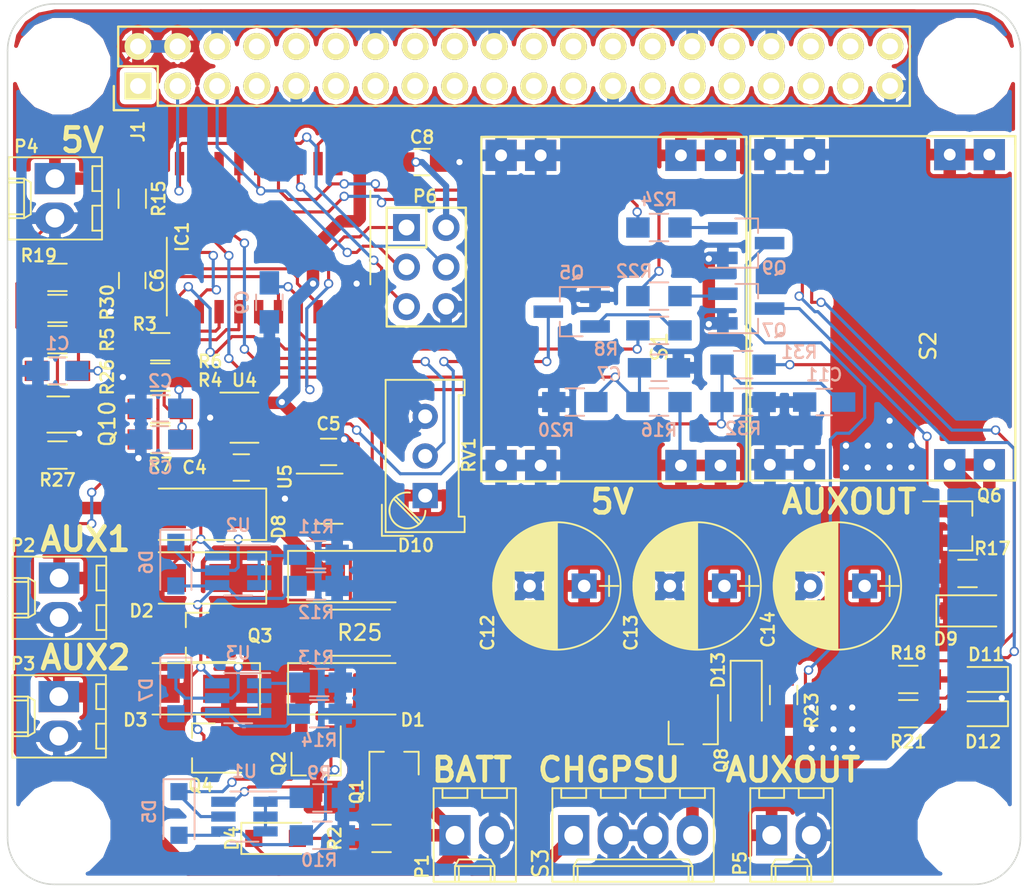
<source format=kicad_pcb>
(kicad_pcb (version 4) (host pcbnew 4.0.7)
  (layers (0 F.Cu signal) (31 B.Cu signal) (34 B.Paste user hide) (35 F.Paste user hide) (36 B.SilkS user) (37 F.SilkS user) (38 B.Mask user) (39 F.Mask user) (44 Edge.Cuts user))
  (net 0 "")
  (net 1 "Net-(J1-Pad36)")
  (net 2 "Net-(J1-Pad40)")
  (net 3 "Net-(J1-Pad38)")
  (net 4 "Net-(J1-Pad18)")
  (net 5 "Net-(J1-Pad24)")
  (net 6 "Net-(J1-Pad22)")
  (net 7 "Net-(J1-Pad28)")
  (net 8 "Net-(J1-Pad26)")
  (net 9 "Net-(J1-Pad10)")
  (net 10 "Net-(J1-Pad12)")
  (net 11 "Net-(J1-Pad16)")
  (net 12 "Net-(J1-Pad8)")
  (net 13 "Net-(J1-Pad37)")
  (net 14 "Net-(J1-Pad33)")
  (net 15 "Net-(J1-Pad35)")
  (net 16 "Net-(J1-Pad27)")
  (net 17 "Net-(J1-Pad29)")
  (net 18 "Net-(J1-Pad31)")
  (net 19 "Net-(J1-Pad23)")
  (net 20 "Net-(J1-Pad21)")
  (net 21 "Net-(J1-Pad17)")
  (net 22 "Net-(J1-Pad19)")
  (net 23 "Net-(J1-Pad1)")
  (net 24 "Net-(J1-Pad7)")
  (net 25 "Net-(J1-Pad15)")
  (net 26 "Net-(J1-Pad13)")
  (net 27 "Net-(J1-Pad11)")
  (net 28 /S_BATT)
  (net 29 DGND)
  (net 30 /S_AUX1)
  (net 31 /S_AUX2)
  (net 32 "Net-(C4-Pad1)")
  (net 33 VCC)
  (net 34 /S_5V)
  (net 35 /S_PBUS)
  (net 36 /S_PBUSCMP)
  (net 37 /S_AUXOUT)
  (net 38 /PBUS)
  (net 39 /AUX1)
  (net 40 /PBUS_IN)
  (net 41 /AUX2)
  (net 42 /BATT)
  (net 43 "Net-(D11-Pad2)")
  (net 44 "Net-(D12-Pad2)")
  (net 45 /EN_BATTMON)
  (net 46 /EN_BATT)
  (net 47 /LED_GREEN)
  (net 48 /LED_RED)
  (net 49 /RST)
  (net 50 /EN_AUXOUT)
  (net 51 /SCK)
  (net 52 /EN_CHG)
  (net 53 /S_CURRENT)
  (net 54 /EN_CURRMON)
  (net 55 /MOSI)
  (net 56 +5V)
  (net 57 "Net-(J1-Pad32)")
  (net 58 "Net-(P5-Pad1)")
  (net 59 "Net-(Q5-Pad2)")
  (net 60 "Net-(Q7-Pad2)")
  (net 61 "Net-(Q9-Pad2)")
  (net 62 "Net-(R9-Pad1)")
  (net 63 "Net-(R11-Pad1)")
  (net 64 "Net-(R13-Pad1)")
  (net 65 "Net-(U4-Pad3)")
  (net 66 "Net-(Q6-Pad3)")
  (net 67 "Net-(Q8-Pad3)")
  (net 68 "Net-(D4-Pad2)")
  (net 69 "Net-(D5-Pad2)")
  (net 70 "Net-(D6-Pad2)")
  (net 71 "Net-(D7-Pad2)")
  (net 72 "Net-(D9-Pad2)")
  (net 73 "Net-(D13-Pad2)")
  (net 74 "Net-(D1-Pad2)")
  (net 75 "Net-(Q10-Pad4)")
  (net 76 "Net-(Q10-Pad5)")
  (net 77 "Net-(Q10-Pad6)")
  (net 78 "Net-(Q10-Pad2)")
  (module extras:Header_2x03 (layer F.Cu) (at 89.6 62.6)
    (fp_text reference P6 (at 1.2 -2) (layer F.SilkS) (effects (font (size 0.8 0.8))))
    (fp_text value Conn_02x03_Odd_Even)
    (pad 1 thru_hole rect (at 0 0) (size 1.7272 1.7272) (drill 1.016) (layers *.Cu *.Mask) (net 54 /EN_CURRMON))
    (pad 2 thru_hole oval (at 2.54 0) (size 1.7272 1.7272) (drill 1.016) (layers *.Cu *.Mask) (net 33 VCC))
    (pad 3 thru_hole oval (at 0 2.54) (size 1.7272 1.7272) (drill 1.016) (layers *.Cu *.Mask) (net 51 /SCK))
    (pad 4 thru_hole oval (at 2.54 2.54) (size 1.7272 1.7272) (drill 1.016) (layers *.Cu *.Mask) (net 55 /MOSI))
    (pad 5 thru_hole oval (at 0 5.08) (size 1.7272 1.7272) (drill 1.016) (layers *.Cu *.Mask) (net 49 /RST))
    (pad 6 thru_hole oval (at 2.54 5.08) (size 1.7272 1.7272) (drill 1.016) (layers *.Cu *.Mask) (net 29 DGND))
  )
  (module TO_SOT_Packages_SMD:SOT-23-6_Handsoldering (layer F.Cu) (at 84.6 80)
    (fp_text reference U5 (at -2.8 -1.4 90) (layer F.SilkS) (effects (font (size 0.8 0.8))))
    (fp_text value MAX44284)
    (pad 1 smd rect (at -1.35 -0.95) (size 1.56 0.65) (layers F.Cu F.Paste F.Mask) (net 33 VCC))
    (pad 2 smd rect (at -1.35 0) (size 1.56 0.65) (layers F.Cu F.Paste F.Mask) (net 29 DGND))
    (pad 3 smd rect (at -1.35 0.95) (size 1.56 0.65) (layers F.Cu F.Paste F.Mask) (net 40 /PBUS_IN))
    (pad 4 smd rect (at 1.35 0.95) (size 1.56 0.65) (layers F.Cu F.Paste F.Mask) (net 38 /PBUS))
    (pad 6 smd rect (at 1.35 -0.95) (size 1.56 0.65) (layers F.Cu F.Paste F.Mask) (net 54 /EN_CURRMON))
    (pad 5 smd rect (at 1.35 0) (size 1.56 0.65) (layers F.Cu F.Paste F.Mask) (net 53 /S_CURRENT))
  )
  (module Diodes_SMD:D_SMA_Handsoldering (layer F.Cu) (at 86.4 92.2)
    (fp_text reference D1 (at 3.6 2) (layer F.SilkS) (effects (font (size 0.8 0.8))))
    (fp_text value DIODESCH)
    (pad 1 smd rect (at -2.5 0) (size 3.5 1.8) (layers F.Cu F.Paste F.Mask) (net 40 /PBUS_IN))
    (pad 2 smd rect (at 2.5 0) (size 3.5 1.8) (layers F.Cu F.Paste F.Mask) (net 74 "Net-(D1-Pad2)"))
  )
  (module extras:BUCK (layer F.Cu) (at 100.75 70.25 90)
    (fp_text reference S1 (at 0 5.08 90) (layer F.SilkS))
    (fp_text value BUCKCNV)
    (pad 4 thru_hole rect (at 12.28 9 90) (size 2 2) (drill 0.762) (layers *.Cu *.Mask) (net 56 +5V))
    (pad 4 thru_hole rect (at 12.28 6.46 90) (size 2 2) (drill 0.762) (layers *.Cu *.Mask) (net 56 +5V))
    (pad 2 thru_hole rect (at -7.62 -5.08 90) (size 2 2) (drill 0.762) (layers *.Cu *.Mask) (net 29 DGND))
    (pad 2 thru_hole rect (at -7.62 -2.54 90) (size 2 2) (drill 0.762) (layers *.Cu *.Mask) (net 29 DGND))
    (pad 3 thru_hole rect (at 12.28 -5.08 90) (size 2 2) (drill 0.762) (layers *.Cu *.Mask) (net 29 DGND))
    (pad 3 thru_hole rect (at 12.28 -2.54 90) (size 2 2) (drill 0.762) (layers *.Cu *.Mask) (net 29 DGND))
    (pad 1 thru_hole rect (at -7.62 6.46 90) (size 2 2) (drill 0.762) (layers *.Cu *.Mask) (net 38 /PBUS))
    (pad 1 thru_hole rect (at -7.62 9 90) (size 2 2) (drill 0.762) (layers *.Cu *.Mask) (net 38 /PBUS))
  )
  (module TO_SOT_Packages_SMD:SOT-23_Handsoldering (layer F.Cu) (at 76.2 88.9 180)
    (fp_text reference Q3 (at -4 0.1 180) (layer F.SilkS) (effects (font (size 0.8 0.8))))
    (fp_text value DMP3056L-7)
    (pad 1 smd rect (at -1.5 -0.95 180) (size 1.9 0.8) (layers F.Cu F.Paste F.Mask) (net 70 "Net-(D6-Pad2)"))
    (pad 2 smd rect (at -1.5 0.95 180) (size 1.9 0.8) (layers F.Cu F.Paste F.Mask) (net 40 /PBUS_IN))
    (pad 3 smd rect (at 1.5 0 180) (size 1.9 0.8) (layers F.Cu F.Paste F.Mask) (net 39 /AUX1))
  )
  (module Diodes_SMD:D_SOD-123F (layer B.Cu) (at 74.8 84.2 270)
    (fp_text reference D6 (at -0.127 1.905 270) (layer B.SilkS) (effects (font (size 0.8 0.8)) (justify mirror)))
    (fp_text value ZENER)
    (pad 1 smd rect (at -1.4 0 270) (size 1.1 1.1) (layers B.Cu B.Paste B.Mask) (net 40 /PBUS_IN))
    (pad 2 smd rect (at 1.4 0 270) (size 1.1 1.1) (layers B.Cu B.Paste B.Mask) (net 70 "Net-(D6-Pad2)"))
  )
  (module TO_SOT_Packages_SMD:SOT-23-6_Handsoldering (layer B.Cu) (at 79.2 100.4 180)
    (fp_text reference U1 (at 0 2.9 180) (layer B.SilkS) (effects (font (size 0.8 0.8)) (justify mirror)))
    (fp_text value DMMT5401)
    (pad 1 smd rect (at -1.35 0.95 180) (size 1.56 0.65) (layers B.Cu B.Paste B.Mask) (net 62 "Net-(R9-Pad1)"))
    (pad 2 smd rect (at -1.35 0 180) (size 1.56 0.65) (layers B.Cu B.Paste B.Mask) (net 62 "Net-(R9-Pad1)"))
    (pad 3 smd rect (at -1.35 -0.95 180) (size 1.56 0.65) (layers B.Cu B.Paste B.Mask) (net 62 "Net-(R9-Pad1)"))
    (pad 4 smd rect (at 1.35 -0.95 180) (size 1.56 0.65) (layers B.Cu B.Paste B.Mask) (net 69 "Net-(D5-Pad2)"))
    (pad 6 smd rect (at 1.35 0.95 180) (size 1.56 0.65) (layers B.Cu B.Paste B.Mask) (net 74 "Net-(D1-Pad2)"))
    (pad 5 smd rect (at 1.35 0 180) (size 1.56 0.65) (layers B.Cu B.Paste B.Mask) (net 40 /PBUS_IN))
  )
  (module RPi_Hat:Pin_Header_Straight_2x20 (layer F.Cu) (at 96.5 52.25 90)
    (fp_text reference J1 (at -4.191 -24.13 90) (layer F.SilkS) (effects (font (size 0.8 0.8))))
    (fp_text value RPi_GPIO)
    (pad 1 thru_hole rect (at -1.27 -24.13 90) (size 1.7272 1.7272) (drill 1.016) (layers *.Cu *.Mask F.SilkS) (net 23 "Net-(J1-Pad1)"))
    (pad 2 thru_hole oval (at 1.27 -24.13 90) (size 1.7272 1.7272) (drill 1.016) (layers *.Cu *.Mask F.SilkS) (net 56 +5V))
    (pad 3 thru_hole oval (at -1.27 -21.59 90) (size 1.7272 1.7272) (drill 1.016) (layers *.Cu *.Mask F.SilkS) (net 55 /MOSI))
    (pad 4 thru_hole oval (at 1.27 -21.59 90) (size 1.7272 1.7272) (drill 1.016) (layers *.Cu *.Mask F.SilkS) (net 56 +5V))
    (pad 5 thru_hole oval (at -1.27 -19.05 90) (size 1.7272 1.7272) (drill 1.016) (layers *.Cu *.Mask F.SilkS) (net 51 /SCK))
    (pad 6 thru_hole oval (at 1.27 -19.05 90) (size 1.7272 1.7272) (drill 1.016) (layers *.Cu *.Mask F.SilkS) (net 29 DGND))
    (pad 7 thru_hole oval (at -1.27 -16.51 90) (size 1.7272 1.7272) (drill 1.016) (layers *.Cu *.Mask F.SilkS) (net 24 "Net-(J1-Pad7)"))
    (pad 8 thru_hole oval (at 1.27 -16.51 90) (size 1.7272 1.7272) (drill 1.016) (layers *.Cu *.Mask F.SilkS) (net 12 "Net-(J1-Pad8)"))
    (pad 9 thru_hole oval (at -1.27 -13.97 90) (size 1.7272 1.7272) (drill 1.016) (layers *.Cu *.Mask F.SilkS) (net 29 DGND))
    (pad 10 thru_hole oval (at 1.27 -13.97 90) (size 1.7272 1.7272) (drill 1.016) (layers *.Cu *.Mask F.SilkS) (net 9 "Net-(J1-Pad10)"))
    (pad 11 thru_hole oval (at -1.27 -11.43 90) (size 1.7272 1.7272) (drill 1.016) (layers *.Cu *.Mask F.SilkS) (net 27 "Net-(J1-Pad11)"))
    (pad 12 thru_hole oval (at 1.27 -11.43 90) (size 1.7272 1.7272) (drill 1.016) (layers *.Cu *.Mask F.SilkS) (net 10 "Net-(J1-Pad12)"))
    (pad 13 thru_hole oval (at -1.27 -8.89 90) (size 1.7272 1.7272) (drill 1.016) (layers *.Cu *.Mask F.SilkS) (net 26 "Net-(J1-Pad13)"))
    (pad 14 thru_hole oval (at 1.27 -8.89 90) (size 1.7272 1.7272) (drill 1.016) (layers *.Cu *.Mask F.SilkS) (net 29 DGND))
    (pad 15 thru_hole oval (at -1.27 -6.35 90) (size 1.7272 1.7272) (drill 1.016) (layers *.Cu *.Mask F.SilkS) (net 25 "Net-(J1-Pad15)"))
    (pad 16 thru_hole oval (at 1.27 -6.35 90) (size 1.7272 1.7272) (drill 1.016) (layers *.Cu *.Mask F.SilkS) (net 11 "Net-(J1-Pad16)"))
    (pad 17 thru_hole oval (at -1.27 -3.81 90) (size 1.7272 1.7272) (drill 1.016) (layers *.Cu *.Mask F.SilkS) (net 21 "Net-(J1-Pad17)"))
    (pad 18 thru_hole oval (at 1.27 -3.81 90) (size 1.7272 1.7272) (drill 1.016) (layers *.Cu *.Mask F.SilkS) (net 4 "Net-(J1-Pad18)"))
    (pad 19 thru_hole oval (at -1.27 -1.27 90) (size 1.7272 1.7272) (drill 1.016) (layers *.Cu *.Mask F.SilkS) (net 22 "Net-(J1-Pad19)"))
    (pad 20 thru_hole oval (at 1.27 -1.27 90) (size 1.7272 1.7272) (drill 1.016) (layers *.Cu *.Mask F.SilkS) (net 29 DGND))
    (pad 21 thru_hole oval (at -1.27 1.27 90) (size 1.7272 1.7272) (drill 1.016) (layers *.Cu *.Mask F.SilkS) (net 20 "Net-(J1-Pad21)"))
    (pad 22 thru_hole oval (at 1.27 1.27 90) (size 1.7272 1.7272) (drill 1.016) (layers *.Cu *.Mask F.SilkS) (net 6 "Net-(J1-Pad22)"))
    (pad 23 thru_hole oval (at -1.27 3.81 90) (size 1.7272 1.7272) (drill 1.016) (layers *.Cu *.Mask F.SilkS) (net 19 "Net-(J1-Pad23)"))
    (pad 24 thru_hole oval (at 1.27 3.81 90) (size 1.7272 1.7272) (drill 1.016) (layers *.Cu *.Mask F.SilkS) (net 5 "Net-(J1-Pad24)"))
    (pad 25 thru_hole oval (at -1.27 6.35 90) (size 1.7272 1.7272) (drill 1.016) (layers *.Cu *.Mask F.SilkS) (net 29 DGND))
    (pad 26 thru_hole oval (at 1.27 6.35 90) (size 1.7272 1.7272) (drill 1.016) (layers *.Cu *.Mask F.SilkS) (net 8 "Net-(J1-Pad26)"))
    (pad 27 thru_hole oval (at -1.27 8.89 90) (size 1.7272 1.7272) (drill 1.016) (layers *.Cu *.Mask F.SilkS) (net 16 "Net-(J1-Pad27)"))
    (pad 28 thru_hole oval (at 1.27 8.89 90) (size 1.7272 1.7272) (drill 1.016) (layers *.Cu *.Mask F.SilkS) (net 7 "Net-(J1-Pad28)"))
    (pad 29 thru_hole oval (at -1.27 11.43 90) (size 1.7272 1.7272) (drill 1.016) (layers *.Cu *.Mask F.SilkS) (net 17 "Net-(J1-Pad29)"))
    (pad 30 thru_hole oval (at 1.27 11.43 90) (size 1.7272 1.7272) (drill 1.016) (layers *.Cu *.Mask F.SilkS) (net 29 DGND))
    (pad 31 thru_hole oval (at -1.27 13.97 90) (size 1.7272 1.7272) (drill 1.016) (layers *.Cu *.Mask F.SilkS) (net 18 "Net-(J1-Pad31)"))
    (pad 32 thru_hole oval (at 1.27 13.97 90) (size 1.7272 1.7272) (drill 1.016) (layers *.Cu *.Mask F.SilkS) (net 57 "Net-(J1-Pad32)"))
    (pad 33 thru_hole oval (at -1.27 16.51 90) (size 1.7272 1.7272) (drill 1.016) (layers *.Cu *.Mask F.SilkS) (net 14 "Net-(J1-Pad33)"))
    (pad 34 thru_hole oval (at 1.27 16.51 90) (size 1.7272 1.7272) (drill 1.016) (layers *.Cu *.Mask F.SilkS) (net 29 DGND))
    (pad 35 thru_hole oval (at -1.27 19.05 90) (size 1.7272 1.7272) (drill 1.016) (layers *.Cu *.Mask F.SilkS) (net 15 "Net-(J1-Pad35)"))
    (pad 36 thru_hole oval (at 1.27 19.05 90) (size 1.7272 1.7272) (drill 1.016) (layers *.Cu *.Mask F.SilkS) (net 1 "Net-(J1-Pad36)"))
    (pad 37 thru_hole oval (at -1.27 21.59 90) (size 1.7272 1.7272) (drill 1.016) (layers *.Cu *.Mask F.SilkS) (net 13 "Net-(J1-Pad37)"))
    (pad 38 thru_hole oval (at 1.27 21.59 90) (size 1.7272 1.7272) (drill 1.016) (layers *.Cu *.Mask F.SilkS) (net 3 "Net-(J1-Pad38)"))
    (pad 39 thru_hole oval (at -1.27 24.13 90) (size 1.7272 1.7272) (drill 1.016) (layers *.Cu *.Mask F.SilkS) (net 29 DGND))
    (pad 40 thru_hole oval (at 1.27 24.13 90) (size 1.7272 1.7272) (drill 1.016) (layers *.Cu *.Mask F.SilkS) (net 2 "Net-(J1-Pad40)"))
  )
  (module RPi_Hat:RPi_Hat_Mounting_Hole (layer F.Cu) (at 125.5 52.25)
    (fp_text reference "" hide)
    (fp_text value "" hide)
    (pad "" np_thru_hole circle (at 0 0) (size 2.75 2.75) (drill 2.75) (layers *.Cu *.Mask) (clearance 1.725))
  )
  (module RPi_Hat:RPi_Hat_Mounting_Hole (layer F.Cu) (at 125.5 101.25)
    (fp_text reference "" hide)
    (fp_text value "" hide)
    (pad "" np_thru_hole circle (at 0 0) (size 2.75 2.75) (drill 2.75) (layers *.Cu *.Mask) (clearance 1.725))
  )
  (module RPi_Hat:RPi_Hat_Mounting_Hole (layer F.Cu) (at 67.5 101.25)
    (fp_text reference "" hide)
    (fp_text value "" hide)
    (pad "" np_thru_hole circle (at 0 0) (size 2.75 2.75) (drill 2.75) (layers *.Cu *.Mask) (clearance 1.725))
  )
  (module RPi_Hat:RPi_Hat_Mounting_Hole (layer F.Cu) (at 67.5 52.25)
    (fp_text reference "" hide)
    (fp_text value "" hide)
    (pad "" np_thru_hole circle (at 0 0) (size 2.75 2.75) (drill 2.75) (layers *.Cu *.Mask) (clearance 1.725))
  )
  (module Capacitors_SMD:C_0805_HandSoldering (layer B.Cu) (at 67.2 71.8 180)
    (fp_text reference C1 (at 0 1.75 180) (layer B.SilkS) (effects (font (size 0.8 0.8)) (justify mirror)))
    (fp_text value 2n)
    (pad 1 smd rect (at -1.25 0 180) (size 1.5 1.25) (layers B.Cu B.Paste B.Mask) (net 28 /S_BATT))
    (pad 2 smd rect (at 1.25 0 180) (size 1.5 1.25) (layers B.Cu B.Paste B.Mask) (net 29 DGND))
  )
  (module Capacitors_SMD:C_0805_HandSoldering (layer B.Cu) (at 73.8 74.2 180)
    (fp_text reference C2 (at 0 1.75 180) (layer B.SilkS) (effects (font (size 0.8 0.8)) (justify mirror)))
    (fp_text value 2n)
    (pad 1 smd rect (at -1.25 0 180) (size 1.5 1.25) (layers B.Cu B.Paste B.Mask) (net 30 /S_AUX1))
    (pad 2 smd rect (at 1.25 0 180) (size 1.5 1.25) (layers B.Cu B.Paste B.Mask) (net 29 DGND))
  )
  (module Capacitors_SMD:C_0805_HandSoldering (layer B.Cu) (at 73.8 76.2 180)
    (fp_text reference C3 (at 0 -1.8 180) (layer B.SilkS) (effects (font (size 0.8 0.8)) (justify mirror)))
    (fp_text value 2n)
    (pad 1 smd rect (at -1.25 0 180) (size 1.5 1.25) (layers B.Cu B.Paste B.Mask) (net 31 /S_AUX2))
    (pad 2 smd rect (at 1.25 0 180) (size 1.5 1.25) (layers B.Cu B.Paste B.Mask) (net 29 DGND))
  )
  (module Capacitors_SMD:C_0805_HandSoldering (layer F.Cu) (at 79 78)
    (fp_text reference C4 (at -3 0) (layer F.SilkS) (effects (font (size 0.8 0.8))))
    (fp_text value 10n)
    (pad 1 smd rect (at -1.25 0) (size 1.5 1.25) (layers F.Cu F.Paste F.Mask) (net 32 "Net-(C4-Pad1)"))
    (pad 2 smd rect (at 1.25 0) (size 1.5 1.25) (layers F.Cu F.Paste F.Mask) (net 29 DGND))
  )
  (module Capacitors_SMD:C_0805_HandSoldering (layer F.Cu) (at 84.6 77)
    (fp_text reference C5 (at 0 -1.8) (layer F.SilkS) (effects (font (size 0.8 0.8))))
    (fp_text value 10n)
    (pad 1 smd rect (at -1.25 0) (size 1.5 1.25) (layers F.Cu F.Paste F.Mask) (net 33 VCC))
    (pad 2 smd rect (at 1.25 0) (size 1.5 1.25) (layers F.Cu F.Paste F.Mask) (net 29 DGND))
  )
  (module Capacitors_SMD:C_0805_HandSoldering (layer F.Cu) (at 72 66 270)
    (fp_text reference C6 (at 0 -1.6 270) (layer F.SilkS) (effects (font (size 0.8 0.8))))
    (fp_text value 2n)
    (pad 1 smd rect (at -1.25 0 270) (size 1.5 1.25) (layers F.Cu F.Paste F.Mask) (net 34 /S_5V))
    (pad 2 smd rect (at 1.25 0 270) (size 1.5 1.25) (layers F.Cu F.Paste F.Mask) (net 29 DGND))
  )
  (module Capacitors_SMD:C_0805_HandSoldering (layer B.Cu) (at 105.8 71.6)
    (fp_text reference C7 (at -3.2 0.4) (layer B.SilkS) (effects (font (size 0.8 0.8)) (justify mirror)))
    (fp_text value 2n)
    (pad 1 smd rect (at -1.25 0) (size 1.5 1.25) (layers B.Cu B.Paste B.Mask) (net 35 /S_PBUS))
    (pad 2 smd rect (at 1.25 0) (size 1.5 1.25) (layers B.Cu B.Paste B.Mask) (net 29 DGND))
  )
  (module Capacitors_SMD:C_0805_HandSoldering (layer F.Cu) (at 90.6 58.4)
    (fp_text reference C8 (at 0 -1.6) (layer F.SilkS) (effects (font (size 0.8 0.8))))
    (fp_text value C)
    (pad 1 smd rect (at -1.25 0) (size 1.5 1.25) (layers F.Cu F.Paste F.Mask) (net 33 VCC))
    (pad 2 smd rect (at 1.25 0) (size 1.5 1.25) (layers F.Cu F.Paste F.Mask) (net 29 DGND))
  )
  (module Capacitors_SMD:C_0805_HandSoldering (layer B.Cu) (at 80.8 67.4 270)
    (fp_text reference C9 (at 0 1.75 270) (layer B.SilkS) (effects (font (size 0.8 0.8)) (justify mirror)))
    (fp_text value 2n)
    (pad 1 smd rect (at -1.25 0 270) (size 1.5 1.25) (layers B.Cu B.Paste B.Mask) (net 36 /S_PBUSCMP))
    (pad 2 smd rect (at 1.25 0 270) (size 1.5 1.25) (layers B.Cu B.Paste B.Mask) (net 29 DGND))
  )
  (module Capacitors_SMD:C_0805_HandSoldering (layer B.Cu) (at 116.4 73.8 180)
    (fp_text reference C11 (at 0 1.75 180) (layer B.SilkS) (effects (font (size 0.8 0.8)) (justify mirror)))
    (fp_text value 2n)
    (pad 1 smd rect (at -1.25 0 180) (size 1.5 1.25) (layers B.Cu B.Paste B.Mask) (net 37 /S_AUXOUT))
    (pad 2 smd rect (at 1.25 0 180) (size 1.5 1.25) (layers B.Cu B.Paste B.Mask) (net 29 DGND))
  )
  (module Capacitors_THT:CP_Radial_D8.0mm_P3.50mm (layer F.Cu) (at 101 85.6 180)
    (fp_text reference C12 (at 6.2 -3 270) (layer F.SilkS) (effects (font (size 0.8 0.8))))
    (fp_text value CP)
    (pad 1 thru_hole rect (at 0 0 180) (size 1.6 1.6) (drill 0.8) (layers *.Cu *.Mask) (net 38 /PBUS))
    (pad 2 thru_hole circle (at 3.5 0 180) (size 1.6 1.6) (drill 0.8) (layers *.Cu *.Mask) (net 29 DGND))
  )
  (module Capacitors_THT:CP_Radial_D8.0mm_P3.50mm (layer F.Cu) (at 110 85.6 180)
    (fp_text reference C13 (at 6 -3 270) (layer F.SilkS) (effects (font (size 0.8 0.8))))
    (fp_text value CP)
    (pad 1 thru_hole rect (at 0 0 180) (size 1.6 1.6) (drill 0.8) (layers *.Cu *.Mask) (net 38 /PBUS))
    (pad 2 thru_hole circle (at 3.5 0 180) (size 1.6 1.6) (drill 0.8) (layers *.Cu *.Mask) (net 29 DGND))
  )
  (module Capacitors_THT:CP_Radial_D8.0mm_P3.50mm (layer F.Cu) (at 119 85.6 180)
    (fp_text reference C14 (at 6.2 -2.8 270) (layer F.SilkS) (effects (font (size 0.8 0.8))))
    (fp_text value CP)
    (pad 1 thru_hole rect (at 0 0 180) (size 1.6 1.6) (drill 0.8) (layers *.Cu *.Mask) (net 38 /PBUS))
    (pad 2 thru_hole circle (at 3.5 0 180) (size 1.6 1.6) (drill 0.8) (layers *.Cu *.Mask) (net 29 DGND))
  )
  (module Diodes_SMD:D_SMA_Handsoldering (layer F.Cu) (at 76.2 85.09 180)
    (fp_text reference D2 (at 3.6 -2.11 360) (layer F.SilkS) (effects (font (size 0.8 0.8))))
    (fp_text value DIODESCH)
    (pad 1 smd rect (at -2.5 0 180) (size 3.5 1.8) (layers F.Cu F.Paste F.Mask) (net 40 /PBUS_IN))
    (pad 2 smd rect (at 2.5 0 180) (size 3.5 1.8) (layers F.Cu F.Paste F.Mask) (net 39 /AUX1))
  )
  (module Diodes_SMD:D_SMA_Handsoldering (layer F.Cu) (at 75.8 92.2 180)
    (fp_text reference D3 (at 3.6 -2 180) (layer F.SilkS) (effects (font (size 0.8 0.8))))
    (fp_text value DIODESCH)
    (pad 1 smd rect (at -2.5 0 180) (size 3.5 1.8) (layers F.Cu F.Paste F.Mask) (net 40 /PBUS_IN))
    (pad 2 smd rect (at 2.5 0 180) (size 3.5 1.8) (layers F.Cu F.Paste F.Mask) (net 41 /AUX2))
  )
  (module Diodes_SMD:D_SOD-123F (layer F.Cu) (at 81.2 101.8)
    (fp_text reference D4 (at -2.8 0 90) (layer F.SilkS) (effects (font (size 0.8 0.8))))
    (fp_text value ZENER)
    (pad 1 smd rect (at -1.4 0) (size 1.1 1.1) (layers F.Cu F.Paste F.Mask) (net 42 /BATT))
    (pad 2 smd rect (at 1.4 0) (size 1.1 1.1) (layers F.Cu F.Paste F.Mask) (net 68 "Net-(D4-Pad2)"))
  )
  (module Diodes_SMD:D_SOD-123F (layer B.Cu) (at 75 100.2 270)
    (fp_text reference D5 (at -0.127 1.905 270) (layer B.SilkS) (effects (font (size 0.8 0.8)) (justify mirror)))
    (fp_text value ZENER)
    (pad 1 smd rect (at -1.4 0 270) (size 1.1 1.1) (layers B.Cu B.Paste B.Mask) (net 40 /PBUS_IN))
    (pad 2 smd rect (at 1.4 0 270) (size 1.1 1.1) (layers B.Cu B.Paste B.Mask) (net 69 "Net-(D5-Pad2)"))
  )
  (module Diodes_SMD:D_SOD-123F (layer B.Cu) (at 74.8 92.4 270)
    (fp_text reference D7 (at -0.127 1.905 270) (layer B.SilkS) (effects (font (size 0.8 0.8)) (justify mirror)))
    (fp_text value ZENER)
    (pad 1 smd rect (at -1.4 0 270) (size 1.1 1.1) (layers B.Cu B.Paste B.Mask) (net 40 /PBUS_IN))
    (pad 2 smd rect (at 1.4 0 270) (size 1.1 1.1) (layers B.Cu B.Paste B.Mask) (net 71 "Net-(D7-Pad2)"))
  )
  (module Diodes_SMD:D_SMA_Handsoldering (layer F.Cu) (at 76.2 81 180)
    (fp_text reference D8 (at -5.2 -0.8 270) (layer F.SilkS) (effects (font (size 0.8 0.8))))
    (fp_text value DIODESCH)
    (pad 1 smd rect (at -2.5 0 180) (size 3.5 1.8) (layers F.Cu F.Paste F.Mask) (net 32 "Net-(C4-Pad1)"))
    (pad 2 smd rect (at 2.5 0 180) (size 3.5 1.8) (layers F.Cu F.Paste F.Mask) (net 42 /BATT))
  )
  (module Diodes_SMD:D_SOD-123F (layer F.Cu) (at 125.8 87.2)
    (fp_text reference D9 (at -1.6 1.8) (layer F.SilkS) (effects (font (size 0.8 0.8))))
    (fp_text value ZENER)
    (pad 1 smd rect (at -1.4 0) (size 1.1 1.1) (layers F.Cu F.Paste F.Mask) (net 38 /PBUS))
    (pad 2 smd rect (at 1.4 0) (size 1.1 1.1) (layers F.Cu F.Paste F.Mask) (net 72 "Net-(D9-Pad2)"))
  )
  (module Diodes_SMD:D_SMA_Handsoldering (layer F.Cu) (at 86.4 85)
    (fp_text reference D10 (at 3.8 -2) (layer F.SilkS) (effects (font (size 0.8 0.8))))
    (fp_text value DIODESCH)
    (pad 1 smd rect (at -2.5 0) (size 3.5 1.8) (layers F.Cu F.Paste F.Mask) (net 32 "Net-(C4-Pad1)"))
    (pad 2 smd rect (at 2.5 0) (size 3.5 1.8) (layers F.Cu F.Paste F.Mask) (net 38 /PBUS))
  )
  (module Diodes_SMD:D_0805 (layer F.Cu) (at 126.6 91.6 180)
    (fp_text reference D11 (at -0.2 1.6 180) (layer F.SilkS) (effects (font (size 0.8 0.8))))
    (fp_text value LED)
    (pad 1 smd rect (at -1.05 0 180) (size 0.8 0.9) (layers F.Cu F.Paste F.Mask) (net 29 DGND))
    (pad 2 smd rect (at 1.05 0 180) (size 0.8 0.9) (layers F.Cu F.Paste F.Mask) (net 43 "Net-(D11-Pad2)"))
  )
  (module Diodes_SMD:D_0805 (layer F.Cu) (at 126.6 93.8 180)
    (fp_text reference D12 (at 0 -1.8 180) (layer F.SilkS) (effects (font (size 0.8 0.8))))
    (fp_text value LED)
    (pad 1 smd rect (at -1.05 0 180) (size 0.8 0.9) (layers F.Cu F.Paste F.Mask) (net 29 DGND))
    (pad 2 smd rect (at 1.05 0 180) (size 0.8 0.9) (layers F.Cu F.Paste F.Mask) (net 44 "Net-(D12-Pad2)"))
  )
  (module Diodes_SMD:D_SOD-123F (layer F.Cu) (at 111.4 92.6 270)
    (fp_text reference D13 (at -1.6 1.8 270) (layer F.SilkS) (effects (font (size 0.8 0.8))))
    (fp_text value ZENER)
    (pad 1 smd rect (at -1.4 0 270) (size 1.1 1.1) (layers F.Cu F.Paste F.Mask) (net 38 /PBUS))
    (pad 2 smd rect (at 1.4 0 270) (size 1.1 1.1) (layers F.Cu F.Paste F.Mask) (net 73 "Net-(D13-Pad2)"))
  )
  (module Housings_SOIC:SO-20_12.8x7.5mm_Pitch1.27mm (layer F.Cu) (at 80.75 63.25 90)
    (fp_text reference IC1 (at 0.05 -5.55 90) (layer F.SilkS) (effects (font (size 0.8 0.8))))
    (fp_text value ATTINY1634-S)
    (pad 6 smd rect (at -4.75 0.635 90) (size 1.5 0.6) (layers F.Cu F.Paste F.Mask) (net 28 /S_BATT))
    (pad 5 smd rect (at -4.75 -0.635 90) (size 1.5 0.6) (layers F.Cu F.Paste F.Mask) (net 35 /S_PBUS))
    (pad 4 smd rect (at -4.75 -1.905 90) (size 1.5 0.6) (layers F.Cu F.Paste F.Mask) (net 30 /S_AUX1))
    (pad 3 smd rect (at -4.75 -3.175 90) (size 1.5 0.6) (layers F.Cu F.Paste F.Mask) (net 31 /S_AUX2))
    (pad 2 smd rect (at -4.75 -4.445 90) (size 1.5 0.6) (layers F.Cu F.Paste F.Mask) (net 34 /S_5V))
    (pad 1 smd rect (at -4.75 -5.715 90) (size 1.5 0.6) (layers F.Cu F.Paste F.Mask) (net 37 /S_AUXOUT))
    (pad 7 smd rect (at -4.75 1.905 90) (size 1.5 0.6) (layers F.Cu F.Paste F.Mask) (net 36 /S_PBUSCMP))
    (pad 8 smd rect (at -4.75 3.175 90) (size 1.5 0.6) (layers F.Cu F.Paste F.Mask) (net 45 /EN_BATTMON))
    (pad 9 smd rect (at -4.75 4.445 90) (size 1.5 0.6) (layers F.Cu F.Paste F.Mask) (net 46 /EN_BATT))
    (pad 10 smd rect (at -4.75 5.715 90) (size 1.5 0.6) (layers F.Cu F.Paste F.Mask) (net 29 DGND))
    (pad 11 smd rect (at 4.75 5.715 90) (size 1.5 0.6) (layers F.Cu F.Paste F.Mask) (net 33 VCC))
    (pad 12 smd rect (at 4.75 4.445 90) (size 1.5 0.6) (layers F.Cu F.Paste F.Mask) (net 47 /LED_GREEN))
    (pad 13 smd rect (at 4.75 3.175 90) (size 1.5 0.6) (layers F.Cu F.Paste F.Mask) (net 48 /LED_RED))
    (pad 14 smd rect (at 4.75 1.905 90) (size 1.5 0.6) (layers F.Cu F.Paste F.Mask) (net 49 /RST))
    (pad 15 smd rect (at 4.75 0.635 90) (size 1.5 0.6) (layers F.Cu F.Paste F.Mask) (net 50 /EN_AUXOUT))
    (pad 16 smd rect (at 4.75 -0.635 90) (size 1.5 0.6) (layers F.Cu F.Paste F.Mask) (net 51 /SCK))
    (pad 17 smd rect (at 4.75 -1.905 90) (size 1.5 0.6) (layers F.Cu F.Paste F.Mask) (net 52 /EN_CHG))
    (pad 18 smd rect (at 4.75 -3.175 90) (size 1.5 0.6) (layers F.Cu F.Paste F.Mask) (net 53 /S_CURRENT))
    (pad 19 smd rect (at 4.75 -4.445 90) (size 1.5 0.6) (layers F.Cu F.Paste F.Mask) (net 54 /EN_CURRMON))
    (pad 20 smd rect (at 4.75 -5.715 90) (size 1.5 0.6) (layers F.Cu F.Paste F.Mask) (net 55 /MOSI))
  )
  (module Connectors_Molex:Molex_KK-6410-02_02x2.54mm_Straight (layer F.Cu) (at 92.71 101.6)
    (fp_text reference P1 (at -2.11 2 90) (layer F.SilkS) (effects (font (size 0.8 0.8))))
    (fp_text value CONN_2)
    (pad 1 thru_hole rect (at 0 0) (size 2 2.6) (drill 1.2) (layers *.Cu *.Mask) (net 42 /BATT))
    (pad 2 thru_hole oval (at 2.54 0) (size 2 2.6) (drill 1.2) (layers *.Cu *.Mask) (net 29 DGND))
  )
  (module Connectors_Molex:Molex_KK-6410-02_02x2.54mm_Straight (layer F.Cu) (at 67.31 85.09 270)
    (fp_text reference P2 (at -2.09 2.31 540) (layer F.SilkS) (effects (font (size 0.8 0.8))))
    (fp_text value CONN_2)
    (pad 1 thru_hole rect (at 0 0 270) (size 2 2.6) (drill 1.2) (layers *.Cu *.Mask) (net 39 /AUX1))
    (pad 2 thru_hole oval (at 2.54 0 270) (size 2 2.6) (drill 1.2) (layers *.Cu *.Mask) (net 29 DGND))
  )
  (module Connectors_Molex:Molex_KK-6410-02_02x2.54mm_Straight (layer F.Cu) (at 67.29 92.7 270)
    (fp_text reference P3 (at -2.1 2.29 360) (layer F.SilkS) (effects (font (size 0.8 0.8))))
    (fp_text value CONN_2)
    (pad 1 thru_hole rect (at 0 0 270) (size 2 2.6) (drill 1.2) (layers *.Cu *.Mask) (net 41 /AUX2))
    (pad 2 thru_hole oval (at 2.54 0 270) (size 2 2.6) (drill 1.2) (layers *.Cu *.Mask) (net 29 DGND))
  )
  (module Connectors_Molex:Molex_KK-6410-02_02x2.54mm_Straight (layer F.Cu) (at 67.04 59.46 270)
    (fp_text reference P4 (at -2.06 1.84 540) (layer F.SilkS) (effects (font (size 0.8 0.8))))
    (fp_text value CONN_2)
    (pad 1 thru_hole rect (at 0 0 270) (size 2 2.6) (drill 1.2) (layers *.Cu *.Mask) (net 56 +5V))
    (pad 2 thru_hole oval (at 2.54 0 270) (size 2 2.6) (drill 1.2) (layers *.Cu *.Mask) (net 29 DGND))
  )
  (module Connectors_Molex:Molex_KK-6410-02_02x2.54mm_Straight (layer F.Cu) (at 113.03 101.6)
    (fp_text reference P5 (at -2.03 1.8 90) (layer F.SilkS) (effects (font (size 0.8 0.8))))
    (fp_text value CONN_2)
    (pad 1 thru_hole rect (at 0 0) (size 2 2.6) (drill 1.2) (layers *.Cu *.Mask) (net 58 "Net-(P5-Pad1)"))
    (pad 2 thru_hole oval (at 2.54 0) (size 2 2.6) (drill 1.2) (layers *.Cu *.Mask) (net 29 DGND))
  )
  (module TO_SOT_Packages_SMD:SOT-23_Handsoldering (layer F.Cu) (at 88.8 97 90)
    (fp_text reference Q1 (at -1.8 -2.4 90) (layer F.SilkS) (effects (font (size 0.8 0.8))))
    (fp_text value DMP3056L-7)
    (pad 1 smd rect (at -1.5 -0.95 90) (size 1.9 0.8) (layers F.Cu F.Paste F.Mask) (net 68 "Net-(D4-Pad2)"))
    (pad 2 smd rect (at -1.5 0.95 90) (size 1.9 0.8) (layers F.Cu F.Paste F.Mask) (net 42 /BATT))
    (pad 3 smd rect (at 1.5 0 90) (size 1.9 0.8) (layers F.Cu F.Paste F.Mask) (net 74 "Net-(D1-Pad2)"))
  )
  (module TO_SOT_Packages_SMD:SOT-23_Handsoldering (layer F.Cu) (at 83.8 97 270)
    (fp_text reference Q2 (at 0 2.4 270) (layer F.SilkS) (effects (font (size 0.8 0.8))))
    (fp_text value DMP3056L-7)
    (pad 1 smd rect (at -1.5 -0.95 270) (size 1.9 0.8) (layers F.Cu F.Paste F.Mask) (net 69 "Net-(D5-Pad2)"))
    (pad 2 smd rect (at -1.5 0.95 270) (size 1.9 0.8) (layers F.Cu F.Paste F.Mask) (net 40 /PBUS_IN))
    (pad 3 smd rect (at 1.5 0 270) (size 1.9 0.8) (layers F.Cu F.Paste F.Mask) (net 74 "Net-(D1-Pad2)"))
  )
  (module TO_SOT_Packages_SMD:SOT-23_Handsoldering (layer F.Cu) (at 76.6 96 180)
    (fp_text reference Q4 (at 0.2 -2.4 180) (layer F.SilkS) (effects (font (size 0.8 0.8))))
    (fp_text value DMP3056L-7)
    (pad 1 smd rect (at -1.5 -0.95 180) (size 1.9 0.8) (layers F.Cu F.Paste F.Mask) (net 71 "Net-(D7-Pad2)"))
    (pad 2 smd rect (at -1.5 0.95 180) (size 1.9 0.8) (layers F.Cu F.Paste F.Mask) (net 40 /PBUS_IN))
    (pad 3 smd rect (at 1.5 0 180) (size 1.9 0.8) (layers F.Cu F.Paste F.Mask) (net 41 /AUX2))
  )
  (module TO_SOT_Packages_SMD:SOT-23_Handsoldering (layer B.Cu) (at 100.2 68 180)
    (fp_text reference Q5 (at 0 2.5 180) (layer B.SilkS) (effects (font (size 0.8 0.8)) (justify mirror)))
    (fp_text value NPN)
    (pad 1 smd rect (at -1.5 0.95 180) (size 1.9 0.8) (layers B.Cu B.Paste B.Mask) (net 29 DGND))
    (pad 2 smd rect (at -1.5 -0.95 180) (size 1.9 0.8) (layers B.Cu B.Paste B.Mask) (net 59 "Net-(Q5-Pad2)"))
    (pad 3 smd rect (at 1.5 0 180) (size 1.9 0.8) (layers B.Cu B.Paste B.Mask) (net 68 "Net-(D4-Pad2)"))
  )
  (module TO_SOT_Packages_SMD:SOT-23_Handsoldering (layer F.Cu) (at 125.15 81.75)
    (fp_text reference Q6 (at 1.85 -1.95) (layer F.SilkS) (effects (font (size 0.8 0.8))))
    (fp_text value DMP3056L-7)
    (pad 1 smd rect (at -1.5 -0.95) (size 1.9 0.8) (layers F.Cu F.Paste F.Mask) (net 72 "Net-(D9-Pad2)"))
    (pad 2 smd rect (at -1.5 0.95) (size 1.9 0.8) (layers F.Cu F.Paste F.Mask) (net 38 /PBUS))
    (pad 3 smd rect (at 1.5 0) (size 1.9 0.8) (layers F.Cu F.Paste F.Mask) (net 66 "Net-(Q6-Pad3)"))
  )
  (module TO_SOT_Packages_SMD:SOT-23_Handsoldering (layer B.Cu) (at 111.4 67.8)
    (fp_text reference Q7 (at 1.8 1.4) (layer B.SilkS) (effects (font (size 0.8 0.8)) (justify mirror)))
    (fp_text value NPN)
    (pad 1 smd rect (at -1.5 0.95) (size 1.9 0.8) (layers B.Cu B.Paste B.Mask) (net 29 DGND))
    (pad 2 smd rect (at -1.5 -0.95) (size 1.9 0.8) (layers B.Cu B.Paste B.Mask) (net 60 "Net-(Q7-Pad2)"))
    (pad 3 smd rect (at 1.5 0) (size 1.9 0.8) (layers B.Cu B.Paste B.Mask) (net 72 "Net-(D9-Pad2)"))
  )
  (module TO_SOT_Packages_SMD:SOT-23_Handsoldering (layer F.Cu) (at 108 95 270)
    (fp_text reference Q8 (at 1.8 -1.8 270) (layer F.SilkS) (effects (font (size 0.8 0.8))))
    (fp_text value DMP3056L-7)
    (pad 1 smd rect (at -1.5 -0.95 270) (size 1.9 0.8) (layers F.Cu F.Paste F.Mask) (net 73 "Net-(D13-Pad2)"))
    (pad 2 smd rect (at -1.5 0.95 270) (size 1.9 0.8) (layers F.Cu F.Paste F.Mask) (net 38 /PBUS))
    (pad 3 smd rect (at 1.5 0 270) (size 1.9 0.8) (layers F.Cu F.Paste F.Mask) (net 67 "Net-(Q8-Pad3)"))
  )
  (module TO_SOT_Packages_SMD:SOT-23_Handsoldering (layer B.Cu) (at 111.4 63.6)
    (fp_text reference Q9 (at 1.8 1.6) (layer B.SilkS) (effects (font (size 0.8 0.8)) (justify mirror)))
    (fp_text value NPN)
    (pad 1 smd rect (at -1.5 0.95) (size 1.9 0.8) (layers B.Cu B.Paste B.Mask) (net 29 DGND))
    (pad 2 smd rect (at -1.5 -0.95) (size 1.9 0.8) (layers B.Cu B.Paste B.Mask) (net 61 "Net-(Q9-Pad2)"))
    (pad 3 smd rect (at 1.5 0) (size 1.9 0.8) (layers B.Cu B.Paste B.Mask) (net 73 "Net-(D13-Pad2)"))
  )
  (module Resistors_SMD:R_0805_HandSoldering (layer F.Cu) (at 88 101.8 180)
    (fp_text reference R2 (at 3 0 270) (layer F.SilkS) (effects (font (size 0.8 0.8))))
    (fp_text value 100K)
    (pad 1 smd rect (at -1.35 0 180) (size 1.5 1.3) (layers F.Cu F.Paste F.Mask) (net 42 /BATT))
    (pad 2 smd rect (at 1.35 0 180) (size 1.5 1.3) (layers F.Cu F.Paste F.Mask) (net 68 "Net-(D4-Pad2)"))
  )
  (module Resistors_SMD:R_0805_HandSoldering (layer F.Cu) (at 73.8 70.25)
    (fp_text reference R3 (at -1 -1.45) (layer F.SilkS) (effects (font (size 0.8 0.8))))
    (fp_text value 10K)
    (pad 1 smd rect (at -1.35 0) (size 1.5 1.3) (layers F.Cu F.Paste F.Mask) (net 39 /AUX1))
    (pad 2 smd rect (at 1.35 0) (size 1.5 1.3) (layers F.Cu F.Paste F.Mask) (net 30 /S_AUX1))
  )
  (module Resistors_SMD:R_0805_HandSoldering (layer F.Cu) (at 73.8 74.25)
    (fp_text reference R4 (at 3.2 -1.85) (layer F.SilkS) (effects (font (size 0.8 0.8))))
    (fp_text value 10K)
    (pad 1 smd rect (at -1.35 0) (size 1.5 1.3) (layers F.Cu F.Paste F.Mask) (net 41 /AUX2))
    (pad 2 smd rect (at 1.35 0) (size 1.5 1.3) (layers F.Cu F.Paste F.Mask) (net 31 /S_AUX2))
  )
  (module Resistors_SMD:R_0805_HandSoldering (layer F.Cu) (at 67.2 69.8 180)
    (fp_text reference R5 (at -3.2 0 270) (layer F.SilkS) (effects (font (size 0.8 0.8))))
    (fp_text value R)
    (pad 1 smd rect (at -1.35 0 180) (size 1.5 1.3) (layers F.Cu F.Paste F.Mask) (net 28 /S_BATT))
    (pad 2 smd rect (at 1.35 0 180) (size 1.5 1.3) (layers F.Cu F.Paste F.Mask) (net 29 DGND))
  )
  (module Resistors_SMD:R_0805_HandSoldering (layer F.Cu) (at 73.8 72.2 180)
    (fp_text reference R6 (at -3.2 1 180) (layer F.SilkS) (effects (font (size 0.8 0.8))))
    (fp_text value 1K)
    (pad 1 smd rect (at -1.35 0 180) (size 1.5 1.3) (layers F.Cu F.Paste F.Mask) (net 30 /S_AUX1))
    (pad 2 smd rect (at 1.35 0 180) (size 1.5 1.3) (layers F.Cu F.Paste F.Mask) (net 29 DGND))
  )
  (module Resistors_SMD:R_0805_HandSoldering (layer F.Cu) (at 73.8 76.2 180)
    (fp_text reference R7 (at 0 -1.6 180) (layer F.SilkS) (effects (font (size 0.8 0.8))))
    (fp_text value 1K)
    (pad 1 smd rect (at -1.35 0 180) (size 1.5 1.3) (layers F.Cu F.Paste F.Mask) (net 31 /S_AUX2))
    (pad 2 smd rect (at 1.35 0 180) (size 1.5 1.3) (layers F.Cu F.Paste F.Mask) (net 29 DGND))
  )
  (module Resistors_SMD:R_0805_HandSoldering (layer B.Cu) (at 105.8 69.2)
    (fp_text reference R8 (at -3.4 1.2) (layer B.SilkS) (effects (font (size 0.8 0.8)) (justify mirror)))
    (fp_text value 500K)
    (pad 1 smd rect (at -1.35 0) (size 1.5 1.3) (layers B.Cu B.Paste B.Mask) (net 46 /EN_BATT))
    (pad 2 smd rect (at 1.35 0) (size 1.5 1.3) (layers B.Cu B.Paste B.Mask) (net 59 "Net-(Q5-Pad2)"))
  )
  (module Resistors_SMD:R_0805_HandSoldering (layer B.Cu) (at 84.2 99.2)
    (fp_text reference R9 (at -0.2 -1.6) (layer B.SilkS) (effects (font (size 0.8 0.8)) (justify mirror)))
    (fp_text value 47K)
    (pad 1 smd rect (at -1.35 0) (size 1.5 1.3) (layers B.Cu B.Paste B.Mask) (net 62 "Net-(R9-Pad1)"))
    (pad 2 smd rect (at 1.35 0) (size 1.5 1.3) (layers B.Cu B.Paste B.Mask) (net 29 DGND))
  )
  (module Resistors_SMD:R_0805_HandSoldering (layer B.Cu) (at 84.2 101.6)
    (fp_text reference R10 (at -0.2 1.6) (layer B.SilkS) (effects (font (size 0.8 0.8)) (justify mirror)))
    (fp_text value 47K)
    (pad 1 smd rect (at -1.35 0) (size 1.5 1.3) (layers B.Cu B.Paste B.Mask) (net 69 "Net-(D5-Pad2)"))
    (pad 2 smd rect (at 1.35 0) (size 1.5 1.3) (layers B.Cu B.Paste B.Mask) (net 29 DGND))
  )
  (module Resistors_SMD:R_0805_HandSoldering (layer B.Cu) (at 83.8 83.6)
    (fp_text reference R11 (at 0 -1.8) (layer B.SilkS) (effects (font (size 0.8 0.8)) (justify mirror)))
    (fp_text value 47K)
    (pad 1 smd rect (at -1.35 0) (size 1.5 1.3) (layers B.Cu B.Paste B.Mask) (net 63 "Net-(R11-Pad1)"))
    (pad 2 smd rect (at 1.35 0) (size 1.5 1.3) (layers B.Cu B.Paste B.Mask) (net 29 DGND))
  )
  (module Resistors_SMD:R_0805_HandSoldering (layer B.Cu) (at 83.8 85.6)
    (fp_text reference R12 (at 0 1.7) (layer B.SilkS) (effects (font (size 0.8 0.8)) (justify mirror)))
    (fp_text value 47K)
    (pad 1 smd rect (at -1.35 0) (size 1.5 1.3) (layers B.Cu B.Paste B.Mask) (net 70 "Net-(D6-Pad2)"))
    (pad 2 smd rect (at 1.35 0) (size 1.5 1.3) (layers B.Cu B.Paste B.Mask) (net 29 DGND))
  )
  (module Resistors_SMD:R_0805_HandSoldering (layer B.Cu) (at 84 91.8)
    (fp_text reference R13 (at -0.2 -1.6) (layer B.SilkS) (effects (font (size 0.8 0.8)) (justify mirror)))
    (fp_text value 47K)
    (pad 1 smd rect (at -1.35 0) (size 1.5 1.3) (layers B.Cu B.Paste B.Mask) (net 64 "Net-(R13-Pad1)"))
    (pad 2 smd rect (at 1.35 0) (size 1.5 1.3) (layers B.Cu B.Paste B.Mask) (net 29 DGND))
  )
  (module Resistors_SMD:R_0805_HandSoldering (layer B.Cu) (at 84 93.8)
    (fp_text reference R14 (at 0 1.7) (layer B.SilkS) (effects (font (size 0.8 0.8)) (justify mirror)))
    (fp_text value 47K)
    (pad 1 smd rect (at -1.35 0) (size 1.5 1.3) (layers B.Cu B.Paste B.Mask) (net 71 "Net-(D7-Pad2)"))
    (pad 2 smd rect (at 1.35 0) (size 1.5 1.3) (layers B.Cu B.Paste B.Mask) (net 29 DGND))
  )
  (module Resistors_SMD:R_0805_HandSoldering (layer F.Cu) (at 72 60.75 270)
    (fp_text reference R15 (at 0 -1.7 270) (layer F.SilkS) (effects (font (size 0.8 0.8))))
    (fp_text value 10K)
    (pad 1 smd rect (at -1.35 0 270) (size 1.5 1.3) (layers F.Cu F.Paste F.Mask) (net 56 +5V))
    (pad 2 smd rect (at 1.35 0 270) (size 1.5 1.3) (layers F.Cu F.Paste F.Mask) (net 34 /S_5V))
  )
  (module Resistors_SMD:R_0805_HandSoldering (layer B.Cu) (at 105.8 73.8 180)
    (fp_text reference R16 (at 0 -1.8 180) (layer B.SilkS) (effects (font (size 0.8 0.8)) (justify mirror)))
    (fp_text value 10K)
    (pad 1 smd rect (at -1.35 0 180) (size 1.5 1.3) (layers B.Cu B.Paste B.Mask) (net 38 /PBUS))
    (pad 2 smd rect (at 1.35 0 180) (size 1.5 1.3) (layers B.Cu B.Paste B.Mask) (net 35 /S_PBUS))
  )
  (module Resistors_SMD:R_0805_HandSoldering (layer F.Cu) (at 125.6 84.8)
    (fp_text reference R17 (at 1.6 -1.6) (layer F.SilkS) (effects (font (size 0.8 0.8))))
    (fp_text value 100K)
    (pad 1 smd rect (at -1.35 0) (size 1.5 1.3) (layers F.Cu F.Paste F.Mask) (net 38 /PBUS))
    (pad 2 smd rect (at 1.35 0) (size 1.5 1.3) (layers F.Cu F.Paste F.Mask) (net 72 "Net-(D9-Pad2)"))
  )
  (module Resistors_SMD:R_0805_HandSoldering (layer F.Cu) (at 121.8 91.6)
    (fp_text reference R18 (at 0 -1.7) (layer F.SilkS) (effects (font (size 0.8 0.8))))
    (fp_text value 220R)
    (pad 1 smd rect (at -1.35 0) (size 1.5 1.3) (layers F.Cu F.Paste F.Mask) (net 48 /LED_RED))
    (pad 2 smd rect (at 1.35 0) (size 1.5 1.3) (layers F.Cu F.Paste F.Mask) (net 43 "Net-(D11-Pad2)"))
  )
  (module Resistors_SMD:R_0805_HandSoldering (layer F.Cu) (at 67.2 65.8 180)
    (fp_text reference R19 (at 1.2 1.4 180) (layer F.SilkS) (effects (font (size 0.8 0.8))))
    (fp_text value 1K)
    (pad 1 smd rect (at -1.35 0 180) (size 1.5 1.3) (layers F.Cu F.Paste F.Mask) (net 34 /S_5V))
    (pad 2 smd rect (at 1.35 0 180) (size 1.5 1.3) (layers F.Cu F.Paste F.Mask) (net 29 DGND))
  )
  (module Resistors_SMD:R_0805_HandSoldering (layer B.Cu) (at 100.4 73.8 180)
    (fp_text reference R20 (at 1.2 -1.8 180) (layer B.SilkS) (effects (font (size 0.8 0.8)) (justify mirror)))
    (fp_text value 1K)
    (pad 1 smd rect (at -1.35 0 180) (size 1.5 1.3) (layers B.Cu B.Paste B.Mask) (net 35 /S_PBUS))
    (pad 2 smd rect (at 1.35 0 180) (size 1.5 1.3) (layers B.Cu B.Paste B.Mask) (net 29 DGND))
  )
  (module Resistors_SMD:R_0805_HandSoldering (layer F.Cu) (at 121.8 93.8)
    (fp_text reference R21 (at 0 1.8) (layer F.SilkS) (effects (font (size 0.8 0.8))))
    (fp_text value 220R)
    (pad 1 smd rect (at -1.35 0) (size 1.5 1.3) (layers F.Cu F.Paste F.Mask) (net 47 /LED_GREEN))
    (pad 2 smd rect (at 1.35 0) (size 1.5 1.3) (layers F.Cu F.Paste F.Mask) (net 44 "Net-(D12-Pad2)"))
  )
  (module Resistors_SMD:R_0805_HandSoldering (layer B.Cu) (at 105.8 67)
    (fp_text reference R22 (at -1.6 -1.6) (layer B.SilkS) (effects (font (size 0.8 0.8)) (justify mirror)))
    (fp_text value 500K)
    (pad 1 smd rect (at -1.35 0) (size 1.5 1.3) (layers B.Cu B.Paste B.Mask) (net 50 /EN_AUXOUT))
    (pad 2 smd rect (at 1.35 0) (size 1.5 1.3) (layers B.Cu B.Paste B.Mask) (net 60 "Net-(Q7-Pad2)"))
  )
  (module Resistors_SMD:R_0805_HandSoldering (layer F.Cu) (at 113.8 92.6 270)
    (fp_text reference R23 (at 1 -1.8 270) (layer F.SilkS) (effects (font (size 0.8 0.8))))
    (fp_text value 100K)
    (pad 1 smd rect (at -1.35 0 270) (size 1.5 1.3) (layers F.Cu F.Paste F.Mask) (net 38 /PBUS))
    (pad 2 smd rect (at 1.35 0 270) (size 1.5 1.3) (layers F.Cu F.Paste F.Mask) (net 73 "Net-(D13-Pad2)"))
  )
  (module Resistors_SMD:R_0805_HandSoldering (layer B.Cu) (at 105.8 62.6)
    (fp_text reference R24 (at 0 -1.8) (layer B.SilkS) (effects (font (size 0.8 0.8)) (justify mirror)))
    (fp_text value 500K)
    (pad 1 smd rect (at -1.35 0) (size 1.5 1.3) (layers B.Cu B.Paste B.Mask) (net 52 /EN_CHG))
    (pad 2 smd rect (at 1.35 0) (size 1.5 1.3) (layers B.Cu B.Paste B.Mask) (net 61 "Net-(Q9-Pad2)"))
  )
  (module Resistors_SMD:R_0805_HandSoldering (layer F.Cu) (at 67.2 71.8)
    (fp_text reference R26 (at 3.2 0.4 90) (layer F.SilkS) (effects (font (size 0.8 0.8))))
    (fp_text value R)
    (pad 1 smd rect (at -1.35 0) (size 1.5 1.3) (layers F.Cu F.Paste F.Mask) (net 75 "Net-(Q10-Pad4)"))
    (pad 2 smd rect (at 1.35 0) (size 1.5 1.3) (layers F.Cu F.Paste F.Mask) (net 28 /S_BATT))
  )
  (module Resistors_SMD:R_0805_HandSoldering (layer F.Cu) (at 67.2 77.2 180)
    (fp_text reference R27 (at 0 -1.6 180) (layer F.SilkS) (effects (font (size 0.8 0.8))))
    (fp_text value 500K)
    (pad 1 smd rect (at -1.35 0 180) (size 1.5 1.3) (layers F.Cu F.Paste F.Mask) (net 76 "Net-(Q10-Pad5)"))
    (pad 2 smd rect (at 1.35 0 180) (size 1.5 1.3) (layers F.Cu F.Paste F.Mask) (net 77 "Net-(Q10-Pad6)"))
  )
  (module Resistors_SMD:R_0805_HandSoldering (layer F.Cu) (at 67.2 67.8 180)
    (fp_text reference R30 (at -3.2 0.4 270) (layer F.SilkS) (effects (font (size 0.8 0.8))))
    (fp_text value 500K)
    (pad 1 smd rect (at -1.35 0 180) (size 1.5 1.3) (layers F.Cu F.Paste F.Mask) (net 45 /EN_BATTMON))
    (pad 2 smd rect (at 1.35 0 180) (size 1.5 1.3) (layers F.Cu F.Paste F.Mask) (net 78 "Net-(Q10-Pad2)"))
  )
  (module Resistors_SMD:R_0805_HandSoldering (layer B.Cu) (at 111.2 71.4 180)
    (fp_text reference R31 (at -3.6 0.8 180) (layer B.SilkS) (effects (font (size 0.8 0.8)) (justify mirror)))
    (fp_text value 10K)
    (pad 1 smd rect (at -1.35 0 180) (size 1.5 1.3) (layers B.Cu B.Paste B.Mask) (net 58 "Net-(P5-Pad1)"))
    (pad 2 smd rect (at 1.35 0 180) (size 1.5 1.3) (layers B.Cu B.Paste B.Mask) (net 37 /S_AUXOUT))
  )
  (module Resistors_SMD:R_0805_HandSoldering (layer B.Cu) (at 111.2 73.8)
    (fp_text reference R32 (at 0 1.7) (layer B.SilkS) (effects (font (size 0.8 0.8)) (justify mirror)))
    (fp_text value 1K)
    (pad 1 smd rect (at -1.35 0) (size 1.5 1.3) (layers B.Cu B.Paste B.Mask) (net 37 /S_AUXOUT))
    (pad 2 smd rect (at 1.35 0) (size 1.5 1.3) (layers B.Cu B.Paste B.Mask) (net 29 DGND))
  )
  (module Potentiometers:Potentiometer_Trimmer_Bourns_PV36W (layer F.Cu) (at 90.8 79.8 90)
    (fp_text reference RV1 (at 2.6 2.8 90) (layer F.SilkS) (effects (font (size 0.8 0.8))))
    (fp_text value POT)
    (pad 1 thru_hole rect (at 0 0 270) (size 1.62 1.62) (drill 0.9) (layers *.Cu *.Mask) (net 38 /PBUS))
    (pad 2 thru_hole circle (at 2.54 0 270) (size 1.62 1.62) (drill 0.9) (layers *.Cu *.Mask) (net 36 /S_PBUSCMP))
    (pad 3 thru_hole circle (at 5.08 0 270) (size 1.62 1.62) (drill 0.9) (layers *.Cu *.Mask) (net 29 DGND))
  )
  (module TO_SOT_Packages_SMD:SOT-23-6_Handsoldering (layer B.Cu) (at 78.8 84.6 180)
    (fp_text reference U2 (at 0 2.9 180) (layer B.SilkS) (effects (font (size 0.8 0.8)) (justify mirror)))
    (fp_text value DMMT5401)
    (pad 1 smd rect (at -1.35 0.95 180) (size 1.56 0.65) (layers B.Cu B.Paste B.Mask) (net 63 "Net-(R11-Pad1)"))
    (pad 2 smd rect (at -1.35 0 180) (size 1.56 0.65) (layers B.Cu B.Paste B.Mask) (net 63 "Net-(R11-Pad1)"))
    (pad 3 smd rect (at -1.35 -0.95 180) (size 1.56 0.65) (layers B.Cu B.Paste B.Mask) (net 63 "Net-(R11-Pad1)"))
    (pad 4 smd rect (at 1.35 -0.95 180) (size 1.56 0.65) (layers B.Cu B.Paste B.Mask) (net 70 "Net-(D6-Pad2)"))
    (pad 6 smd rect (at 1.35 0.95 180) (size 1.56 0.65) (layers B.Cu B.Paste B.Mask) (net 39 /AUX1))
    (pad 5 smd rect (at 1.35 0 180) (size 1.56 0.65) (layers B.Cu B.Paste B.Mask) (net 40 /PBUS_IN))
  )
  (module TO_SOT_Packages_SMD:SOT-23-6_Handsoldering (layer B.Cu) (at 78.8 92.8 180)
    (fp_text reference U3 (at 0 2.9 180) (layer B.SilkS) (effects (font (size 0.8 0.8)) (justify mirror)))
    (fp_text value DMMT5401)
    (pad 1 smd rect (at -1.35 0.95 180) (size 1.56 0.65) (layers B.Cu B.Paste B.Mask) (net 64 "Net-(R13-Pad1)"))
    (pad 2 smd rect (at -1.35 0 180) (size 1.56 0.65) (layers B.Cu B.Paste B.Mask) (net 64 "Net-(R13-Pad1)"))
    (pad 3 smd rect (at -1.35 -0.95 180) (size 1.56 0.65) (layers B.Cu B.Paste B.Mask) (net 64 "Net-(R13-Pad1)"))
    (pad 4 smd rect (at 1.35 -0.95 180) (size 1.56 0.65) (layers B.Cu B.Paste B.Mask) (net 71 "Net-(D7-Pad2)"))
    (pad 6 smd rect (at 1.35 0.95 180) (size 1.56 0.65) (layers B.Cu B.Paste B.Mask) (net 41 /AUX2))
    (pad 5 smd rect (at 1.35 0 180) (size 1.56 0.65) (layers B.Cu B.Paste B.Mask) (net 40 /PBUS_IN))
  )
  (module TO_SOT_Packages_SMD:SOT-23-5_HandSoldering (layer F.Cu) (at 79.2 74.8)
    (fp_text reference U4 (at 0 -2.4) (layer F.SilkS) (effects (font (size 0.8 0.8))))
    (fp_text value XC6216)
    (pad 1 smd rect (at -1.35 -0.95) (size 1.56 0.65) (layers F.Cu F.Paste F.Mask) (net 32 "Net-(C4-Pad1)"))
    (pad 2 smd rect (at -1.35 0) (size 1.56 0.65) (layers F.Cu F.Paste F.Mask) (net 29 DGND))
    (pad 3 smd rect (at -1.35 0.95) (size 1.56 0.65) (layers F.Cu F.Paste F.Mask) (net 65 "Net-(U4-Pad3)"))
    (pad 4 smd rect (at 1.35 0.95) (size 1.56 0.65) (layers F.Cu F.Paste F.Mask) (net 32 "Net-(C4-Pad1)"))
    (pad 5 smd rect (at 1.35 -0.95) (size 1.56 0.65) (layers F.Cu F.Paste F.Mask) (net 33 VCC))
  )
  (module Resistors_SMD:R_2010_HandSoldering (layer F.Cu) (at 86.6 88.6)
    (fp_text reference R25 (at 0 0) (layer F.SilkS))
    (fp_text value 5m)
    (pad 1 smd rect (at -3.15 0) (size 2.4 2.5) (layers F.Cu F.Paste F.Mask) (net 40 /PBUS_IN))
    (pad 2 smd rect (at 3.15 0) (size 2.4 2.5) (layers F.Cu F.Paste F.Mask) (net 38 /PBUS))
  )
  (module TO_SOT_Packages_SMD:SOT-363_SC-70-6_Handsoldering (layer F.Cu) (at 67.25 74.6 180)
    (fp_text reference Q10 (at -3.15 -0.6 270) (layer F.SilkS))
    (fp_text value BC846BPDW1)
    (pad 1 smd rect (at -1.33 -0.65 180) (size 1.5 0.4) (layers F.Cu F.Paste F.Mask) (net 29 DGND))
    (pad 2 smd rect (at -1.33 0 180) (size 1.5 0.4) (layers F.Cu F.Paste F.Mask) (net 78 "Net-(Q10-Pad2)"))
    (pad 3 smd rect (at -1.33 0.65 180) (size 1.5 0.4) (layers F.Cu F.Paste F.Mask) (net 42 /BATT))
    (pad 4 smd rect (at 1.33 0.65 180) (size 1.5 0.4) (layers F.Cu F.Paste F.Mask) (net 75 "Net-(Q10-Pad4)"))
    (pad 5 smd rect (at 1.33 0 180) (size 1.5 0.4) (layers F.Cu F.Paste F.Mask) (net 76 "Net-(Q10-Pad5)"))
    (pad 6 smd rect (at 1.33 -0.65 180) (size 1.5 0.4) (layers F.Cu F.Paste F.Mask) (net 77 "Net-(Q10-Pad6)"))
  )
  (module Connectors_Molex:Molex_KK-6410-04_04x2.54mm_Straight (layer F.Cu) (at 100.33 101.6)
    (fp_text reference S3 (at -2.13 1.8 90) (layer F.SilkS))
    (fp_text value BUCKCNV-CC)
    (pad 1 thru_hole rect (at 0 0) (size 2 2.6) (drill 1.2) (layers *.Cu *.Mask) (net 42 /BATT))
    (pad 2 thru_hole oval (at 2.54 0) (size 2 2.6) (drill 1.2) (layers *.Cu *.Mask) (net 29 DGND))
    (pad 3 thru_hole oval (at 5.08 0) (size 2 2.6) (drill 1.2) (layers *.Cu *.Mask) (net 29 DGND))
    (pad 4 thru_hole oval (at 7.62 0) (size 2 2.6) (drill 1.2) (layers *.Cu *.Mask) (net 67 "Net-(Q8-Pad3)"))
  )
  (module extras:BUCK (layer F.Cu) (at 118 70.2 90)
    (fp_text reference S2 (at 0 5.08 90) (layer F.SilkS))
    (fp_text value BUCKCNV)
    (pad 4 thru_hole rect (at 12.28 9 90) (size 2 2) (drill 0.762) (layers *.Cu *.Mask) (net 58 "Net-(P5-Pad1)"))
    (pad 4 thru_hole rect (at 12.28 6.46 90) (size 2 2) (drill 0.762) (layers *.Cu *.Mask) (net 58 "Net-(P5-Pad1)"))
    (pad 2 thru_hole rect (at -7.62 -5.08 90) (size 2 2) (drill 0.762) (layers *.Cu *.Mask) (net 29 DGND))
    (pad 2 thru_hole rect (at -7.62 -2.54 90) (size 2 2) (drill 0.762) (layers *.Cu *.Mask) (net 29 DGND))
    (pad 3 thru_hole rect (at 12.28 -5.08 90) (size 2 2) (drill 0.762) (layers *.Cu *.Mask) (net 29 DGND))
    (pad 3 thru_hole rect (at 12.28 -2.54 90) (size 2 2) (drill 0.762) (layers *.Cu *.Mask) (net 29 DGND))
    (pad 1 thru_hole rect (at -7.62 6.46 90) (size 2 2) (drill 0.762) (layers *.Cu *.Mask) (net 66 "Net-(Q6-Pad3)"))
    (pad 1 thru_hole rect (at -7.62 9 90) (size 2 2) (drill 0.762) (layers *.Cu *.Mask) (net 66 "Net-(Q6-Pad3)"))
  )
  (gr_text AUXOUT (at 118 80.2) (layer F.SilkS) (effects (font (size 1.5 1.5) (thickness 0.3))))
  (gr_text 5V (at 102.8 80.2) (layer F.SilkS) (effects (font (size 1.5 1.5) (thickness 0.3))))
  (gr_text 5V (at 68.8 57) (layer F.SilkS) (effects (font (size 1.5 1.5) (thickness 0.3))))
  (gr_text CHGPSU (at 102.6 97.4) (layer F.SilkS) (effects (font (size 1.5 1.5) (thickness 0.3))))
  (gr_text AUXOUT (at 114.4 97.4) (layer F.SilkS) (effects (font (size 1.5 1.5) (thickness 0.3))))
  (gr_text BATT (at 93.8 97.4) (layer F.SilkS) (effects (font (size 1.5 1.5) (thickness 0.3))))
  (gr_text AUX1 (at 69 82.6) (layer F.SilkS) (effects (font (size 1.5 1.5) (thickness 0.3))))
  (gr_text AUX2 (at 69 90.2) (layer F.SilkS) (effects (font (size 1.5 1.5) (thickness 0.3))))
  (gr_line (start 64 67.25) (end 64 86.25) (angle 90) (layer Edge.Cuts) (width 0.1))
  (gr_arc (start 126 101.75) (end 129 101.75) (angle 90) (layer Edge.Cuts) (width 0.1))
  (gr_arc (start 67 101.75) (end 67 104.75) (angle 90) (layer Edge.Cuts) (width 0.1))
  (gr_arc (start 67 51.25) (end 64 51.25) (angle 90) (layer Edge.Cuts) (width 0.1))
  (gr_arc (start 126 51.25) (end 126 48.25) (angle 90) (layer Edge.Cuts) (width 0.1))
  (gr_line (start 64 86.25) (end 64 101.75) (layer Edge.Cuts) (width 0.1))
  (gr_line (start 64 51.25) (end 64 67.25) (layer Edge.Cuts) (width 0.1))
  (gr_line (start 67 104.75) (end 126 104.75) (angle 90) (layer Edge.Cuts) (width 0.1))
  (gr_line (start 129 51.25) (end 129 101.75) (angle 90) (layer Edge.Cuts) (width 0.1))
  (gr_line (start 67 48.25) (end 126 48.25) (angle 90) (layer Edge.Cuts) (width 0.1))
  (segment (start 68.45 71.8) (end 69.8 71.8) (width 0.2) (layer B.Cu) (net 28))
  (via (at 69.8 71.8) (size 0.6) (drill 0.4) (layers F.Cu B.Cu) (net 28))
  (segment (start 69.8 71.8) (end 68.55 71.8) (width 0.2) (layer F.Cu) (net 28))
  (segment (start 73.65 65.75) (end 73.65 68.75) (width 0.2) (layer F.Cu) (net 28))
  (segment (start 73.65 68.75) (end 73.4 69) (width 0.2) (layer F.Cu) (net 28))
  (segment (start 73.4 69) (end 71.2 69) (width 0.2) (layer F.Cu) (net 28))
  (segment (start 71.2 69) (end 70.4 69.8) (width 0.2) (layer F.Cu) (net 28))
  (segment (start 70.4 69.8) (end 69.6 69.8) (width 0.2) (layer F.Cu) (net 28))
  (segment (start 74 65.75) (end 73.65 65.75) (width 0.2) (layer F.Cu) (net 28))
  (segment (start 69.6 69.8) (end 68.55 69.8) (width 0.2) (layer F.Cu) (net 28))
  (segment (start 68.55 71.8) (end 68.55 69.8) (width 0.2) (layer F.Cu) (net 28))
  (segment (start 81.385 68) (end 81.385 66.885) (width 0.2) (layer F.Cu) (net 28))
  (segment (start 80.25 65.75) (end 74 65.75) (width 0.2) (layer F.Cu) (net 28))
  (segment (start 81.385 66.885) (end 80.25 65.75) (width 0.2) (layer F.Cu) (net 28))
  (segment (start 68.6 71.8) (end 68.75 71.8) (width 0.2) (layer F.Cu) (net 28))
  (segment (start 109.9 68.75) (end 109.05 68.75) (width 0.8) (layer B.Cu) (net 29))
  (segment (start 109.05 68.75) (end 109 68.8) (width 0.8) (layer B.Cu) (net 29))
  (via (at 109 68.8) (size 0.6) (drill 0.4) (layers F.Cu B.Cu) (net 29))
  (segment (start 109 68.8) (end 109 64.6) (width 0.8) (layer F.Cu) (net 29))
  (via (at 109 64.6) (size 0.6) (drill 0.4) (layers F.Cu B.Cu) (net 29))
  (segment (start 109 64.6) (end 109.05 64.55) (width 0.8) (layer B.Cu) (net 29))
  (segment (start 109.05 64.55) (end 109.9 64.55) (width 0.8) (layer B.Cu) (net 29))
  (segment (start 86.465 68) (end 86.465 66.265) (width 0.8) (layer F.Cu) (net 29))
  (segment (start 86.465 66.265) (end 86.4 66.2) (width 0.8) (layer F.Cu) (net 29))
  (via (at 86.4 66.2) (size 0.6) (drill 0.4) (layers F.Cu B.Cu) (net 29))
  (segment (start 77.85 74.8) (end 77 74.8) (width 0.2) (layer F.Cu) (net 29))
  (via (at 77 74.8) (size 0.6) (drill 0.4) (layers F.Cu B.Cu) (net 29))
  (segment (start 72.45 72.2) (end 71.4 72.2) (width 0.2) (layer F.Cu) (net 29))
  (via (at 71.4 72.2) (size 0.6) (drill 0.4) (layers F.Cu B.Cu) (net 29))
  (segment (start 127.65 93.8) (end 127.65 92.95) (width 0.8) (layer F.Cu) (net 29))
  (segment (start 127.65 92.95) (end 127.8 92.8) (width 0.8) (layer F.Cu) (net 29))
  (segment (start 127.65 91.6) (end 127.65 92.65) (width 0.8) (layer F.Cu) (net 29))
  (segment (start 127.65 92.65) (end 127.8 92.8) (width 0.8) (layer F.Cu) (net 29))
  (via (at 127.8 92.8) (size 0.6) (drill 0.4) (layers F.Cu B.Cu) (net 29))
  (segment (start 68.58 75.25) (end 68.58 75.78) (width 0.4) (layer F.Cu) (net 29))
  (segment (start 68.58 75.78) (end 68.6 75.8) (width 0.4) (layer F.Cu) (net 29))
  (via (at 68.6 75.8) (size 0.6) (drill 0.4) (layers F.Cu B.Cu) (net 29))
  (segment (start 72.45 76.2) (end 72.45 77.35) (width 0.4) (layer F.Cu) (net 29))
  (segment (start 72.45 77.35) (end 72.4 77.4) (width 0.4) (layer F.Cu) (net 29))
  (via (at 72.4 77.4) (size 0.6) (drill 0.4) (layers F.Cu B.Cu) (net 29))
  (segment (start 85.85 77) (end 85.85 76.45) (width 0.8) (layer F.Cu) (net 29))
  (segment (start 85.85 76.45) (end 85.6 76.2) (width 0.8) (layer F.Cu) (net 29))
  (via (at 85.6 76.2) (size 0.6) (drill 0.4) (layers F.Cu B.Cu) (net 29))
  (segment (start 72 67.25) (end 71.35 67.25) (width 0.2) (layer F.Cu) (net 29))
  (segment (start 71.35 67.25) (end 70.6 68) (width 0.2) (layer F.Cu) (net 29))
  (via (at 70.6 68) (size 0.6) (drill 0.4) (layers F.Cu B.Cu) (net 29))
  (segment (start 91.85 58.4) (end 93 58.4) (width 0.8) (layer F.Cu) (net 29))
  (via (at 93 58.4) (size 0.6) (drill 0.4) (layers F.Cu B.Cu) (net 29))
  (segment (start 83.25 80) (end 81.8 80) (width 0.4) (layer F.Cu) (net 29))
  (via (at 81.8 80) (size 0.6) (drill 0.4) (layers F.Cu B.Cu) (net 29))
  (segment (start 83.25 80) (end 81.4 80) (width 0.4) (layer F.Cu) (net 29))
  (segment (start 81.4 80) (end 80.25 78.85) (width 0.4) (layer F.Cu) (net 29))
  (segment (start 80.25 78.85) (end 80.25 78) (width 0.4) (layer F.Cu) (net 29))
  (segment (start 65.85 65.8) (end 65.85 63.19) (width 0.2) (layer F.Cu) (net 29))
  (segment (start 65.85 63.19) (end 67.04 62) (width 0.2) (layer F.Cu) (net 29))
  (segment (start 65.85 69.8) (end 65.4 69.8) (width 0.2) (layer F.Cu) (net 29))
  (segment (start 65.4 69.8) (end 64.6 69) (width 0.2) (layer F.Cu) (net 29))
  (segment (start 64.6 69) (end 64.6 66.2) (width 0.2) (layer F.Cu) (net 29))
  (segment (start 64.6 66.2) (end 65 65.8) (width 0.2) (layer F.Cu) (net 29))
  (segment (start 65 65.8) (end 65.85 65.8) (width 0.2) (layer F.Cu) (net 29))
  (segment (start 85.15 83.6) (end 85.15 85.6) (width 0.2) (layer B.Cu) (net 29))
  (segment (start 87.61 50.98) (end 87.61 50.39) (width 0.2) (layer F.Cu) (net 29))
  (segment (start 75.05 74.2) (end 75.05 73.05) (width 0.2) (layer B.Cu) (net 30))
  (segment (start 75.05 73.05) (end 75 73) (width 0.2) (layer B.Cu) (net 30))
  (via (at 75 73) (size 0.6) (drill 0.4) (layers F.Cu B.Cu) (net 30))
  (segment (start 75 73) (end 75.15 72.85) (width 0.2) (layer F.Cu) (net 30))
  (segment (start 75.15 72.85) (end 75.15 72.8) (width 0.2) (layer F.Cu) (net 30))
  (segment (start 78.845 69.155) (end 78.045 69.155) (width 0.2) (layer F.Cu) (net 30))
  (segment (start 78.045 69.155) (end 77.4 69.8) (width 0.2) (layer F.Cu) (net 30))
  (segment (start 77.4 69.8) (end 75.6 69.8) (width 0.2) (layer F.Cu) (net 30))
  (segment (start 75.6 69.8) (end 75.15 70.25) (width 0.2) (layer F.Cu) (net 30))
  (segment (start 75.15 70.25) (end 75.15 72.8) (width 0.2) (layer F.Cu) (net 30))
  (segment (start 78.845 69.155) (end 78.845 68) (width 0.2) (layer F.Cu) (net 30))
  (segment (start 75.05 76.2) (end 75.05 75.55) (width 0.2) (layer B.Cu) (net 31))
  (segment (start 75.05 75.55) (end 75.2 75.4) (width 0.2) (layer B.Cu) (net 31))
  (via (at 75.2 75.4) (size 0.6) (drill 0.4) (layers F.Cu B.Cu) (net 31))
  (segment (start 75.2 75.4) (end 75.15 75.45) (width 0.2) (layer F.Cu) (net 31))
  (segment (start 75.15 75.45) (end 75.15 76.2) (width 0.2) (layer F.Cu) (net 31))
  (segment (start 74.05 69.25) (end 77.35 69.25) (width 0.2) (layer F.Cu) (net 31))
  (segment (start 77.35 69.25) (end 77.575 69.025) (width 0.2) (layer F.Cu) (net 31))
  (segment (start 77.575 69.025) (end 77.575 68) (width 0.2) (layer F.Cu) (net 31))
  (segment (start 74.05 71.25) (end 74.05 69.25) (width 0.2) (layer F.Cu) (net 31))
  (segment (start 75.15 74.25) (end 75.15 76.4) (width 0.2) (layer F.Cu) (net 31))
  (segment (start 75.15 74.25) (end 74.3 74.25) (width 0.2) (layer F.Cu) (net 31))
  (segment (start 74.05 74) (end 74.05 71.25) (width 0.2) (layer F.Cu) (net 31))
  (segment (start 74.3 74.25) (end 74.05 74) (width 0.2) (layer F.Cu) (net 31))
  (segment (start 80.55 75.75) (end 79.2 75.75) (width 0.4) (layer F.Cu) (net 32))
  (segment (start 79.2 75.75) (end 79.2 75.8) (width 0.4) (layer F.Cu) (net 32))
  (segment (start 77.85 73.85) (end 79.05 73.85) (width 0.4) (layer F.Cu) (net 32))
  (segment (start 79.05 73.85) (end 79.2 74) (width 0.4) (layer F.Cu) (net 32))
  (segment (start 79.2 74) (end 79.2 75.8) (width 0.4) (layer F.Cu) (net 32))
  (segment (start 79.2 75.8) (end 79.2 76.6) (width 0.4) (layer F.Cu) (net 32))
  (segment (start 79.2 76.6) (end 77.8 78) (width 0.4) (layer F.Cu) (net 32))
  (segment (start 77.8 78) (end 77.75 78) (width 0.4) (layer F.Cu) (net 32))
  (segment (start 77.75 78) (end 77.75 77.85) (width 0.2) (layer F.Cu) (net 32))
  (segment (start 78.7 81) (end 78.7 80.7) (width 0.4) (layer F.Cu) (net 32))
  (segment (start 78.7 80.7) (end 77.75 79.75) (width 0.4) (layer F.Cu) (net 32))
  (segment (start 77.75 79.75) (end 77.75 78) (width 0.4) (layer F.Cu) (net 32))
  (segment (start 83.9 85) (end 83.9 84.3) (width 0.8) (layer F.Cu) (net 32))
  (segment (start 83.9 84.3) (end 80.6 81) (width 0.8) (layer F.Cu) (net 32))
  (segment (start 80.6 81) (end 78.7 81) (width 0.8) (layer F.Cu) (net 32))
  (segment (start 83.9 85) (end 83.9 84.9) (width 0.8) (layer F.Cu) (net 32))
  (segment (start 83.9 84.4) (end 83.4 84.4) (width 0.4) (layer F.Cu) (net 32))
  (segment (start 83.35 77) (end 83.35 75.55) (width 0.8) (layer F.Cu) (net 33))
  (segment (start 83.35 75.55) (end 81.6 73.8) (width 0.8) (layer F.Cu) (net 33))
  (segment (start 80.55 73.85) (end 81.55 73.85) (width 0.8) (layer F.Cu) (net 33))
  (segment (start 81.55 73.85) (end 81.6 73.8) (width 0.8) (layer F.Cu) (net 33))
  (via (at 81.6 73.8) (size 0.6) (drill 0.4) (layers F.Cu B.Cu) (net 33))
  (segment (start 81.6 73.8) (end 82.4 73) (width 0.8) (layer B.Cu) (net 33))
  (segment (start 82.4 73) (end 82.4 67.4) (width 0.8) (layer B.Cu) (net 33))
  (segment (start 82.4 67.4) (end 83.6 66.2) (width 0.8) (layer B.Cu) (net 33))
  (segment (start 89.35 58.4) (end 86.565 58.4) (width 0.8) (layer F.Cu) (net 33))
  (segment (start 86.565 58.4) (end 86.465 58.5) (width 0.8) (layer F.Cu) (net 33))
  (segment (start 86.6 59.4) (end 86.6 58.635) (width 0.8) (layer F.Cu) (net 33))
  (segment (start 86.6 58.635) (end 86.465 58.5) (width 0.8) (layer F.Cu) (net 33))
  (segment (start 83.6 63.6) (end 84 63.6) (width 0.8) (layer F.Cu) (net 33))
  (segment (start 84 63.6) (end 85.4 62.2) (width 0.8) (layer F.Cu) (net 33))
  (segment (start 85.4 62.2) (end 86.4 62.2) (width 0.8) (layer F.Cu) (net 33))
  (segment (start 86.4 62.2) (end 86.6 62) (width 0.8) (layer F.Cu) (net 33))
  (segment (start 86.6 62) (end 86.6 59.4) (width 0.8) (layer F.Cu) (net 33))
  (segment (start 83.6 63.8) (end 83.6 63.6) (width 0.8) (layer F.Cu) (net 33))
  (segment (start 83.6 66.2) (end 83.6 63.8) (width 0.8) (layer F.Cu) (net 33))
  (via (at 83.6 66.2) (size 0.6) (drill 0.4) (layers F.Cu B.Cu) (net 33))
  (segment (start 86.465 58.5) (end 89.25 58.5) (width 0.4) (layer F.Cu) (net 33))
  (segment (start 89.25 58.5) (end 89.35 58.4) (width 0.4) (layer F.Cu) (net 33))
  (segment (start 92.14 62.6) (end 92.14 59.94) (width 0.4) (layer B.Cu) (net 33))
  (segment (start 92.14 59.94) (end 90.6 58.4) (width 0.4) (layer B.Cu) (net 33))
  (segment (start 90.6 58.4) (end 90.2 58.4) (width 0.4) (layer B.Cu) (net 33))
  (via (at 90.2 58.4) (size 0.6) (drill 0.4) (layers F.Cu B.Cu) (net 33))
  (segment (start 90.2 58.4) (end 89.35 58.4) (width 0.4) (layer F.Cu) (net 33))
  (segment (start 83.35 77) (end 83.35 78.95) (width 0.4) (layer F.Cu) (net 33))
  (segment (start 83.35 78.95) (end 83.25 79.05) (width 0.4) (layer F.Cu) (net 33))
  (segment (start 83.25 77.1) (end 83.35 77) (width 0.2) (layer F.Cu) (net 33))
  (segment (start 88 58.5) (end 89.25 58.5) (width 0.2) (layer F.Cu) (net 33))
  (segment (start 89.25 58.5) (end 89.35 58.4) (width 0.2) (layer F.Cu) (net 33))
  (segment (start 89.35 58.4) (end 89.6 58.4) (width 0.2) (layer F.Cu) (net 33))
  (segment (start 86.465 58.5) (end 88 58.5) (width 0.2) (layer F.Cu) (net 33))
  (segment (start 88 58.5) (end 89.25 58.5) (width 0.2) (layer F.Cu) (net 33))
  (segment (start 89.25 58.5) (end 89.35 58.4) (width 0.2) (layer F.Cu) (net 33))
  (via (at 77.2 64.4) (size 0.6) (drill 0.4) (layers F.Cu B.Cu) (net 34))
  (segment (start 77.2 64.4) (end 77 64.2) (width 0.2) (layer F.Cu) (net 34))
  (segment (start 77 64.2) (end 72 64.2) (width 0.2) (layer F.Cu) (net 34))
  (segment (start 76.305 68) (end 76.305 67.095) (width 0.2) (layer F.Cu) (net 34))
  (segment (start 76.305 67.095) (end 76.8 66.6) (width 0.2) (layer F.Cu) (net 34))
  (segment (start 76.8 66.6) (end 77.4 66.6) (width 0.2) (layer F.Cu) (net 34))
  (via (at 77.4 66.6) (size 0.6) (drill 0.4) (layers F.Cu B.Cu) (net 34))
  (segment (start 77.4 66.6) (end 77.2 66.4) (width 0.2) (layer B.Cu) (net 34))
  (segment (start 77.2 66.4) (end 77.2 64.4) (width 0.2) (layer B.Cu) (net 34))
  (segment (start 72 64) (end 72 64.2) (width 0.2) (layer F.Cu) (net 34))
  (segment (start 72 64.2) (end 72 64.25) (width 0.2) (layer F.Cu) (net 34))
  (segment (start 72 64.25) (end 72 64.75) (width 0.2) (layer F.Cu) (net 34))
  (segment (start 71 65.75) (end 68.6 65.75) (width 0.2) (layer F.Cu) (net 34))
  (segment (start 72 64.75) (end 71 65.75) (width 0.2) (layer F.Cu) (net 34))
  (segment (start 72 64) (end 72 62.1) (width 0.2) (layer F.Cu) (net 34))
  (segment (start 104.55 71.6) (end 104.55 73.7) (width 0.2) (layer B.Cu) (net 35))
  (segment (start 104.55 73.7) (end 104.45 73.8) (width 0.2) (layer B.Cu) (net 35))
  (segment (start 103 72.2) (end 103 72.35) (width 0.2) (layer B.Cu) (net 35))
  (segment (start 103 72.35) (end 104.45 73.8) (width 0.2) (layer B.Cu) (net 35))
  (segment (start 94.4 72.2) (end 103 72.2) (width 0.2) (layer F.Cu) (net 35))
  (via (at 103 72.2) (size 0.6) (drill 0.4) (layers F.Cu B.Cu) (net 35))
  (segment (start 103 72.2) (end 101.75 73.45) (width 0.2) (layer B.Cu) (net 35))
  (segment (start 101.75 73.45) (end 101.75 73.8) (width 0.2) (layer B.Cu) (net 35))
  (segment (start 84.6 70.4) (end 85.2 70.4) (width 0.2) (layer F.Cu) (net 35))
  (segment (start 85.2 70.4) (end 87 72.2) (width 0.2) (layer F.Cu) (net 35))
  (segment (start 87 72.2) (end 94.4 72.2) (width 0.2) (layer F.Cu) (net 35))
  (segment (start 80.115 68) (end 80.115 68.715) (width 0.2) (layer F.Cu) (net 35))
  (segment (start 80.115 68.715) (end 81.8 70.4) (width 0.2) (layer F.Cu) (net 35))
  (segment (start 81.8 70.4) (end 84.6 70.4) (width 0.2) (layer F.Cu) (net 35))
  (segment (start 90.8 77.26) (end 91.14 77.26) (width 0.2) (layer B.Cu) (net 36))
  (segment (start 91.14 77.26) (end 92 76.4) (width 0.2) (layer B.Cu) (net 36))
  (segment (start 92 76.4) (end 92 72.4) (width 0.2) (layer B.Cu) (net 36))
  (segment (start 92 72.4) (end 90.8 71.2) (width 0.2) (layer B.Cu) (net 36))
  (segment (start 87 71.2) (end 90.8 71.2) (width 0.2) (layer F.Cu) (net 36))
  (segment (start 82 66.4) (end 81.05 66.4) (width 0.2) (layer B.Cu) (net 36))
  (segment (start 81.05 66.4) (end 80.8 66.15) (width 0.2) (layer B.Cu) (net 36))
  (segment (start 82.655 68) (end 82.655 67.055) (width 0.2) (layer F.Cu) (net 36))
  (segment (start 82.655 67.055) (end 82 66.4) (width 0.2) (layer F.Cu) (net 36))
  (via (at 82 66.4) (size 0.6) (drill 0.4) (layers F.Cu B.Cu) (net 36))
  (segment (start 90.8 77.26) (end 90.66 77.26) (width 0.2) (layer B.Cu) (net 36))
  (segment (start 83.2 69.8) (end 85.6 69.8) (width 0.2) (layer F.Cu) (net 36))
  (segment (start 85.6 69.8) (end 87 71.2) (width 0.2) (layer F.Cu) (net 36))
  (via (at 90.8 71.2) (size 0.6) (drill 0.4) (layers F.Cu B.Cu) (net 36))
  (segment (start 82.655 68) (end 82.655 69.255) (width 0.2) (layer F.Cu) (net 36))
  (segment (start 82.655 69.255) (end 83.2 69.8) (width 0.2) (layer F.Cu) (net 36))
  (segment (start 82.655 68) (end 82.655 68.255) (width 0.2) (layer F.Cu) (net 36))
  (segment (start 117.65 73.8) (end 117.4 73.8) (width 0.2) (layer B.Cu) (net 37))
  (segment (start 117.4 73.8) (end 116.2 72.6) (width 0.2) (layer B.Cu) (net 37))
  (segment (start 116.2 72.6) (end 111.05 72.6) (width 0.2) (layer B.Cu) (net 37))
  (segment (start 111.05 72.6) (end 109.85 71.4) (width 0.2) (layer B.Cu) (net 37))
  (segment (start 109.85 73.8) (end 109.85 71.4) (width 0.2) (layer B.Cu) (net 37))
  (segment (start 95.6 75.2) (end 109.8 75.2) (width 0.2) (layer F.Cu) (net 37))
  (via (at 109.8 75.2) (size 0.6) (drill 0.4) (layers F.Cu B.Cu) (net 37))
  (segment (start 109.8 75.2) (end 109.85 75.15) (width 0.2) (layer B.Cu) (net 37))
  (segment (start 109.85 75.15) (end 109.85 73.8) (width 0.2) (layer B.Cu) (net 37))
  (segment (start 75.035 68) (end 75.035 66.965) (width 0.2) (layer F.Cu) (net 37))
  (segment (start 75.035 66.965) (end 75.6 66.4) (width 0.2) (layer F.Cu) (net 37))
  (via (at 75.6 66.4) (size 0.6) (drill 0.4) (layers F.Cu B.Cu) (net 37))
  (segment (start 75.6 66.4) (end 77 67.8) (width 0.2) (layer B.Cu) (net 37))
  (segment (start 77 67.8) (end 77 70.6) (width 0.2) (layer B.Cu) (net 37))
  (segment (start 81.2 71) (end 84.6 71) (width 0.2) (layer F.Cu) (net 37))
  (segment (start 84.6 71) (end 86.6 73) (width 0.2) (layer F.Cu) (net 37))
  (segment (start 86.6 73) (end 93.4 73) (width 0.2) (layer F.Cu) (net 37))
  (segment (start 93.4 73) (end 95.6 75.2) (width 0.2) (layer F.Cu) (net 37))
  (segment (start 78.4 69.6) (end 79.8 69.6) (width 0.2) (layer F.Cu) (net 37))
  (segment (start 79.8 69.6) (end 81.2 71) (width 0.2) (layer F.Cu) (net 37))
  (segment (start 77 70.6) (end 77.4 70.6) (width 0.2) (layer F.Cu) (net 37))
  (segment (start 77.4 70.6) (end 78.4 69.6) (width 0.2) (layer F.Cu) (net 37))
  (via (at 77 70.6) (size 0.6) (drill 0.4) (layers F.Cu B.Cu) (net 37))
  (segment (start 88.9 85) (end 88.9 87.75) (width 0.8) (layer F.Cu) (net 38))
  (segment (start 88.9 87.75) (end 89.75 88.6) (width 0.8) (layer F.Cu) (net 38))
  (segment (start 85.95 80.95) (end 86.75 80.95) (width 0.2) (layer F.Cu) (net 38))
  (segment (start 86.75 80.95) (end 88.9 83.1) (width 0.2) (layer F.Cu) (net 38))
  (segment (start 88.9 83.1) (end 88.9 85) (width 0.2) (layer F.Cu) (net 38))
  (segment (start 113.8 91.25) (end 113.8 89.4) (width 0.2) (layer F.Cu) (net 38))
  (segment (start 111.4 91.2) (end 111.4 89.4) (width 0.2) (layer F.Cu) (net 38))
  (segment (start 107.15 73.8) (end 107.15 77.81) (width 0.2) (layer B.Cu) (net 38))
  (segment (start 107.15 77.81) (end 107.21 77.87) (width 0.2) (layer B.Cu) (net 38))
  (segment (start 90.8 79.8) (end 90.8 83.1) (width 0.4) (layer F.Cu) (net 38))
  (segment (start 89.65 88.25) (end 88.85 88.25) (width 0.2) (layer F.Cu) (net 38))
  (segment (start 89.65 88.25) (end 89.05 88.25) (width 0.2) (layer F.Cu) (net 38))
  (segment (start 88.75 88.25) (end 89.65 88.25) (width 0.4) (layer F.Cu) (net 38))
  (segment (start 73.649998 74.2) (end 73.649998 77.049998) (width 0.2) (layer F.Cu) (net 39))
  (segment (start 73.649998 77.049998) (end 74.4 77.8) (width 0.2) (layer F.Cu) (net 39))
  (segment (start 74.4 77.8) (end 75.8 77.8) (width 0.2) (layer F.Cu) (net 39))
  (segment (start 75.8 77.8) (end 76.4 78.4) (width 0.2) (layer F.Cu) (net 39))
  (segment (start 76.4 81.6) (end 76.4 78.4) (width 0.2) (layer F.Cu) (net 39))
  (segment (start 76.4 78.4) (end 76.4 78.2) (width 0.2) (layer F.Cu) (net 39))
  (segment (start 73.649998 74.249998) (end 73.649998 74.2) (width 0.2) (layer F.Cu) (net 39))
  (segment (start 73.649998 74.2) (end 73.649998 70.449998) (width 0.2) (layer F.Cu) (net 39))
  (segment (start 76.4 82.6) (end 76.4 81.6) (width 0.2) (layer F.Cu) (net 39))
  (segment (start 73.649998 70.449998) (end 73.45 70.25) (width 0.2) (layer F.Cu) (net 39))
  (segment (start 73.45 70.25) (end 72.45 70.25) (width 0.2) (layer F.Cu) (net 39))
  (segment (start 76.4 82.6) (end 76.19 82.6) (width 0.2) (layer F.Cu) (net 39))
  (segment (start 76.19 82.6) (end 73.7 85.09) (width 0.2) (layer F.Cu) (net 39))
  (segment (start 77.45 83.65) (end 76.4 82.6) (width 0.2) (layer B.Cu) (net 39))
  (via (at 76.4 82.6) (size 0.6) (drill 0.4) (layers F.Cu B.Cu) (net 39))
  (segment (start 73.7 85.7) (end 73.7 85.09) (width 0.2) (layer F.Cu) (net 39))
  (segment (start 67.31 85.09) (end 73.7 85.09) (width 0.8) (layer F.Cu) (net 39))
  (segment (start 78.3 92.2) (end 83.9 92.2) (width 0.8) (layer F.Cu) (net 40))
  (segment (start 78.1 95.05) (end 78.1 92.4) (width 0.8) (layer F.Cu) (net 40))
  (segment (start 78.1 92.4) (end 78.3 92.2) (width 0.8) (layer F.Cu) (net 40))
  (segment (start 82.85 95.5) (end 82.85 93.25) (width 0.8) (layer F.Cu) (net 40))
  (segment (start 82.85 93.25) (end 83.9 92.2) (width 0.8) (layer F.Cu) (net 40))
  (segment (start 86 87.2) (end 86 83.8) (width 0.2) (layer F.Cu) (net 40))
  (segment (start 86 83.8) (end 85.2 83) (width 0.2) (layer F.Cu) (net 40))
  (segment (start 85.2 83) (end 84 83) (width 0.2) (layer F.Cu) (net 40))
  (segment (start 84 83) (end 83.25 82.25) (width 0.2) (layer F.Cu) (net 40))
  (segment (start 83.25 82.25) (end 83.25 80.95) (width 0.2) (layer F.Cu) (net 40))
  (segment (start 83.45 88.6) (end 84.6 88.6) (width 0.2) (layer F.Cu) (net 40))
  (segment (start 84.6 88.6) (end 86 87.2) (width 0.2) (layer F.Cu) (net 40))
  (segment (start 75 98.8) (end 77.8 98.8) (width 0.2) (layer B.Cu) (net 40))
  (segment (start 77.8 98.8) (end 78.4 98.2) (width 0.2) (layer B.Cu) (net 40))
  (via (at 78.4 98.2) (size 0.6) (drill 0.4) (layers F.Cu B.Cu) (net 40))
  (segment (start 78.4 98.2) (end 78.6 98) (width 0.2) (layer F.Cu) (net 40))
  (segment (start 78.6 98) (end 82.2 98) (width 0.2) (layer F.Cu) (net 40))
  (segment (start 82.2 98) (end 82.85 97.35) (width 0.2) (layer F.Cu) (net 40))
  (segment (start 82.85 97.35) (end 82.85 95.5) (width 0.2) (layer F.Cu) (net 40))
  (segment (start 77.85 100.4) (end 76.4 100.4) (width 0.2) (layer B.Cu) (net 40))
  (segment (start 76.4 100.4) (end 75 99) (width 0.2) (layer B.Cu) (net 40))
  (segment (start 75 99) (end 75 98.8) (width 0.2) (layer B.Cu) (net 40))
  (segment (start 78.8 90.8) (end 78.8 91.7) (width 0.2) (layer F.Cu) (net 40))
  (segment (start 78.8 91.7) (end 78.3 92.2) (width 0.2) (layer F.Cu) (net 40))
  (segment (start 77.45 92.8) (end 78.4 92.8) (width 0.2) (layer B.Cu) (net 40))
  (segment (start 78.4 92.8) (end 78.8 92.4) (width 0.2) (layer B.Cu) (net 40))
  (segment (start 78.8 92.4) (end 78.8 90.8) (width 0.2) (layer B.Cu) (net 40))
  (via (at 78.8 90.8) (size 0.6) (drill 0.4) (layers F.Cu B.Cu) (net 40))
  (segment (start 74.8 91) (end 74.8 92.2) (width 0.2) (layer B.Cu) (net 40))
  (segment (start 74.8 92.2) (end 75.4 92.8) (width 0.2) (layer B.Cu) (net 40))
  (segment (start 75.4 92.8) (end 77.45 92.8) (width 0.2) (layer B.Cu) (net 40))
  (segment (start 78.8 82.6) (end 78.8 84.99) (width 0.2) (layer F.Cu) (net 40))
  (segment (start 78.8 84.99) (end 78.7 85.09) (width 0.2) (layer F.Cu) (net 40))
  (segment (start 77.45 84.6) (end 78.6 84.6) (width 0.2) (layer B.Cu) (net 40))
  (segment (start 78.6 84.6) (end 78.8 84.4) (width 0.2) (layer B.Cu) (net 40))
  (segment (start 78.8 84.4) (end 78.8 82.6) (width 0.2) (layer B.Cu) (net 40))
  (via (at 78.8 82.6) (size 0.6) (drill 0.4) (layers F.Cu B.Cu) (net 40))
  (segment (start 74.8 82.8) (end 74.8 83.4) (width 0.2) (layer B.Cu) (net 40))
  (segment (start 74.8 83.4) (end 76 84.6) (width 0.2) (layer B.Cu) (net 40))
  (segment (start 76 84.6) (end 77.45 84.6) (width 0.2) (layer B.Cu) (net 40))
  (segment (start 83.35 88.25) (end 83.55 88.25) (width 0.2) (layer F.Cu) (net 40))
  (segment (start 83.35 88.25) (end 84.35 88.25) (width 0.2) (layer F.Cu) (net 40))
  (segment (start 83.35 88.25) (end 84.15 88.25) (width 0.1) (layer F.Cu) (net 40))
  (segment (start 83.1 88) (end 83.35 88.25) (width 0.8) (layer F.Cu) (net 40))
  (segment (start 83.35 88.25) (end 83.35 91.45) (width 0.8) (layer F.Cu) (net 40))
  (segment (start 83.35 91.45) (end 83.9 92) (width 0.8) (layer F.Cu) (net 40))
  (segment (start 83.775 92.125) (end 83.9 92) (width 0.8) (layer F.Cu) (net 40))
  (segment (start 79 92) (end 78.875 92.125) (width 0.8) (layer F.Cu) (net 40))
  (segment (start 83.35 87.6) (end 83.35 88.25) (width 0.2) (layer F.Cu) (net 40))
  (segment (start 83.35 87.6) (end 83.35 88.25) (width 0.1) (layer F.Cu) (net 40))
  (segment (start 82.95 87.85) (end 83.35 88.25) (width 0.2) (layer F.Cu) (net 40))
  (segment (start 83.1 88) (end 83.35 88.25) (width 0.8) (layer F.Cu) (net 40))
  (segment (start 83.375 88.275) (end 83.35 88.25) (width 0.8) (layer F.Cu) (net 40))
  (segment (start 78.875 92.125) (end 79.375 92.125) (width 0.8) (layer F.Cu) (net 40))
  (segment (start 78.875 92.125) (end 78.875 91.875) (width 0.8) (layer F.Cu) (net 40))
  (segment (start 65.6 83.4) (end 67.2 81.8) (width 0.2) (layer F.Cu) (net 41))
  (segment (start 67.2 81.8) (end 67.4 81.6) (width 0.2) (layer F.Cu) (net 41))
  (segment (start 67.4 81.6) (end 69.4 81.6) (width 0.2) (layer F.Cu) (net 41))
  (via (at 69.4 79.6) (size 0.6) (drill 0.4) (layers F.Cu B.Cu) (net 41))
  (segment (start 69.4 79.6) (end 71.2 77.8) (width 0.2) (layer F.Cu) (net 41))
  (segment (start 71.2 77.8) (end 71.2 74.8) (width 0.2) (layer F.Cu) (net 41))
  (segment (start 71.2 74.8) (end 71.75 74.25) (width 0.2) (layer F.Cu) (net 41))
  (segment (start 71.75 74.25) (end 72.45 74.25) (width 0.2) (layer F.Cu) (net 41))
  (via (at 69.4 81.6) (size 0.6) (drill 0.4) (layers F.Cu B.Cu) (net 41))
  (segment (start 69.4 81.6) (end 69.4 79.6) (width 0.2) (layer B.Cu) (net 41))
  (segment (start 72.65 74.25) (end 72.45 74.25) (width 0.2) (layer F.Cu) (net 41))
  (segment (start 67.29 92.7) (end 67.29 92.29) (width 0.2) (layer F.Cu) (net 41))
  (segment (start 67.29 92.29) (end 65.6 90.6) (width 0.2) (layer F.Cu) (net 41))
  (segment (start 65.6 90.6) (end 65.6 83.4) (width 0.2) (layer F.Cu) (net 41))
  (segment (start 76.2 89.8) (end 76 89.6) (width 0.2) (layer F.Cu) (net 41))
  (segment (start 76.4 90.8) (end 76.4 90) (width 0.2) (layer F.Cu) (net 41))
  (segment (start 76.4 90) (end 76.2 89.8) (width 0.2) (layer F.Cu) (net 41))
  (segment (start 77.45 91.85) (end 76.4 90.8) (width 0.2) (layer B.Cu) (net 41))
  (via (at 76.4 90.8) (size 0.6) (drill 0.4) (layers F.Cu B.Cu) (net 41))
  (segment (start 76.4 90.8) (end 75 92.2) (width 0.2) (layer F.Cu) (net 41))
  (segment (start 75 92.2) (end 73.3 92.2) (width 0.2) (layer F.Cu) (net 41))
  (segment (start 67.29 92.7) (end 67.29 92.31) (width 0.8) (layer F.Cu) (net 41))
  (segment (start 67.29 92.31) (end 67.4 92.2) (width 0.8) (layer F.Cu) (net 41))
  (segment (start 67.4 92.2) (end 73.3 92.2) (width 0.8) (layer F.Cu) (net 41))
  (segment (start 68.6 79) (end 68.8 78.8) (width 0.2) (layer F.Cu) (net 42))
  (segment (start 68.8 78.8) (end 69 78.6) (width 0.2) (layer F.Cu) (net 42))
  (segment (start 69 78.6) (end 69.6 78.6) (width 0.2) (layer F.Cu) (net 42))
  (segment (start 69.6 78.6) (end 69.8 78.4) (width 0.2) (layer F.Cu) (net 42))
  (segment (start 68.6 79) (end 67 80.6) (width 0.2) (layer F.Cu) (net 42))
  (segment (start 64.8 82.8) (end 67 80.6) (width 0.8) (layer F.Cu) (net 42))
  (segment (start 67 80.6) (end 73.3 80.6) (width 0.8) (layer F.Cu) (net 42))
  (segment (start 73.3 80.6) (end 73.7 81) (width 0.8) (layer F.Cu) (net 42))
  (segment (start 68.58 73.95) (end 69.55 73.95) (width 0.2) (layer F.Cu) (net 42))
  (segment (start 69.55 73.95) (end 69.8 74.2) (width 0.2) (layer F.Cu) (net 42))
  (segment (start 69.8 74.2) (end 69.8 78.4) (width 0.2) (layer F.Cu) (net 42))
  (segment (start 92.71 101.6) (end 92.71 101.46) (width 0.8) (layer F.Cu) (net 42))
  (segment (start 92.71 101.46) (end 89.75 98.5) (width 0.8) (layer F.Cu) (net 42))
  (segment (start 92.71 101.6) (end 89.55 101.6) (width 0.8) (layer F.Cu) (net 42))
  (segment (start 89.55 101.6) (end 89.35 101.8) (width 0.8) (layer F.Cu) (net 42))
  (segment (start 89.35 101.8) (end 89.35 100.65) (width 0.8) (layer F.Cu) (net 42))
  (segment (start 89.35 100.65) (end 89.75 100.25) (width 0.8) (layer F.Cu) (net 42))
  (segment (start 89.75 100.25) (end 89.75 98.5) (width 0.8) (layer F.Cu) (net 42))
  (segment (start 89.35 101.8) (end 92.51 101.8) (width 0.2) (layer F.Cu) (net 42))
  (segment (start 92.51 101.8) (end 92.71 101.6) (width 0.2) (layer F.Cu) (net 42))
  (segment (start 79.8 101.8) (end 79.8 102.2) (width 0.2) (layer F.Cu) (net 42))
  (segment (start 79.8 102.2) (end 81.4 103.8) (width 0.2) (layer F.Cu) (net 42))
  (segment (start 92.71 101.6) (end 92.71 102.69) (width 0.8) (layer F.Cu) (net 42))
  (segment (start 92.71 102.69) (end 91.6 103.8) (width 0.8) (layer F.Cu) (net 42))
  (segment (start 91.6 103.8) (end 81.4 103.8) (width 0.8) (layer F.Cu) (net 42))
  (segment (start 81.4 103.8) (end 75.6 103.8) (width 0.8) (layer F.Cu) (net 42))
  (segment (start 75.6 103.8) (end 69.2 97.4) (width 0.8) (layer F.Cu) (net 42))
  (segment (start 69.2 97.4) (end 66 97.4) (width 0.8) (layer F.Cu) (net 42))
  (segment (start 66 97.4) (end 64.8 96.2) (width 0.8) (layer F.Cu) (net 42))
  (segment (start 64.8 96.2) (end 64.8 82.8) (width 0.8) (layer F.Cu) (net 42))
  (segment (start 92.71 101.6) (end 92.71 102.71) (width 0.8) (layer F.Cu) (net 42))
  (segment (start 92.71 102.71) (end 93.8 103.8) (width 0.8) (layer F.Cu) (net 42))
  (segment (start 98.13 103.8) (end 100.33 101.6) (width 0.8) (layer F.Cu) (net 42))
  (segment (start 93.8 103.8) (end 98.13 103.8) (width 0.8) (layer F.Cu) (net 42))
  (segment (start 100.33 101.33) (end 100.33 101.6) (width 0.8) (layer F.Cu) (net 42))
  (segment (start 92.71 102.69) (end 92.71 101.6) (width 0.4) (layer F.Cu) (net 42))
  (segment (start 93.25 101.75) (end 92 101.75) (width 0.4) (layer F.Cu) (net 42))
  (segment (start 123.15 91.6) (end 125.55 91.6) (width 0.4) (layer F.Cu) (net 43))
  (segment (start 123.35 93.8) (end 125.55 93.8) (width 0.4) (layer F.Cu) (net 44))
  (segment (start 83.925 68) (end 83.925 67.525) (width 0.2) (layer F.Cu) (net 45))
  (segment (start 83.925 67.525) (end 82.6 66.2) (width 0.2) (layer F.Cu) (net 45))
  (segment (start 82.6 66.2) (end 82.6 65.8) (width 0.2) (layer F.Cu) (net 45))
  (segment (start 82.6 65.8) (end 82.05 65.25) (width 0.2) (layer F.Cu) (net 45))
  (segment (start 72.775 65.975) (end 71.425 65.975) (width 0.2) (layer F.Cu) (net 45))
  (segment (start 71.425 65.975) (end 69.6 67.8) (width 0.2) (layer F.Cu) (net 45))
  (segment (start 69.6 67.8) (end 68.55 67.8) (width 0.2) (layer F.Cu) (net 45))
  (segment (start 68.6 67.75) (end 68.55 67.8) (width 0.2) (layer F.Cu) (net 45))
  (segment (start 72.75 66) (end 72.775 65.975) (width 0.2) (layer F.Cu) (net 45))
  (segment (start 72.775 65.975) (end 73.5 65.25) (width 0.2) (layer F.Cu) (net 45))
  (segment (start 73.5 65.25) (end 82.05 65.25) (width 0.2) (layer F.Cu) (net 45))
  (segment (start 95.2 70.4) (end 104.4 70.4) (width 0.2) (layer F.Cu) (net 46))
  (via (at 104.4 70.4) (size 0.6) (drill 0.4) (layers F.Cu B.Cu) (net 46))
  (segment (start 104.4 70.4) (end 104.45 70.35) (width 0.2) (layer B.Cu) (net 46))
  (segment (start 104.45 70.35) (end 104.45 69.2) (width 0.2) (layer B.Cu) (net 46))
  (segment (start 85.8 69.2) (end 87 70.4) (width 0.2) (layer F.Cu) (net 46))
  (segment (start 87 70.4) (end 95.2 70.4) (width 0.2) (layer F.Cu) (net 46))
  (segment (start 85.195 68) (end 85.195 68.595) (width 0.2) (layer F.Cu) (net 46))
  (segment (start 85.195 68.595) (end 85.8 69.2) (width 0.2) (layer F.Cu) (net 46))
  (segment (start 126.6 92.4) (end 126.4 92.6) (width 0.2) (layer F.Cu) (net 47))
  (segment (start 126.4 92.6) (end 124.4 92.6) (width 0.2) (layer F.Cu) (net 47))
  (segment (start 124.4 92.6) (end 124.2 92.8) (width 0.2) (layer F.Cu) (net 47))
  (segment (start 124.2 92.8) (end 121.45 92.8) (width 0.2) (layer F.Cu) (net 47))
  (segment (start 121.45 92.8) (end 120.45 93.8) (width 0.2) (layer F.Cu) (net 47))
  (segment (start 123.2 75.2) (end 116 68) (width 0.2) (layer B.Cu) (net 47))
  (segment (start 116 68) (end 115.8 68) (width 0.2) (layer B.Cu) (net 47))
  (segment (start 115.8 68) (end 114.8 67) (width 0.2) (layer B.Cu) (net 47))
  (segment (start 124.4 76.4) (end 128.2 76.4) (width 0.2) (layer B.Cu) (net 47))
  (segment (start 128.2 76.4) (end 128.6 76.8) (width 0.2) (layer B.Cu) (net 47))
  (segment (start 128.6 76.8) (end 128.6 89.8) (width 0.2) (layer B.Cu) (net 47))
  (via (at 128.6 89.8) (size 0.6) (drill 0.4) (layers F.Cu B.Cu) (net 47))
  (segment (start 128.6 89.8) (end 128.2 90.2) (width 0.2) (layer F.Cu) (net 47))
  (segment (start 128.2 90.2) (end 127.6 90.2) (width 0.2) (layer F.Cu) (net 47))
  (segment (start 127.6 90.2) (end 126.6 91.2) (width 0.2) (layer F.Cu) (net 47))
  (segment (start 126.6 91.2) (end 126.6 92.4) (width 0.2) (layer F.Cu) (net 47))
  (segment (start 115 67) (end 114.8 67) (width 0.2) (layer F.Cu) (net 47))
  (via (at 114.8 67) (size 0.6) (drill 0.4) (layers F.Cu B.Cu) (net 47))
  (segment (start 123.2 75.2) (end 124.4 76.4) (width 0.2) (layer B.Cu) (net 47))
  (segment (start 104 59.6) (end 105.2 59.6) (width 0.2) (layer F.Cu) (net 47))
  (segment (start 105.2 59.6) (end 106.8 61.2) (width 0.2) (layer F.Cu) (net 47))
  (segment (start 106.8 61.2) (end 113.8 61.2) (width 0.2) (layer F.Cu) (net 47))
  (segment (start 113.8 61.2) (end 115 62.4) (width 0.2) (layer F.Cu) (net 47))
  (segment (start 115 62.4) (end 115 67) (width 0.2) (layer F.Cu) (net 47))
  (segment (start 85.195 57.205) (end 85.4 57) (width 0.2) (layer F.Cu) (net 47))
  (segment (start 85.4 57) (end 93.6 57) (width 0.2) (layer F.Cu) (net 47))
  (segment (start 93.6 57) (end 93.8 57.2) (width 0.2) (layer F.Cu) (net 47))
  (segment (start 93.8 57.2) (end 93.8 59.2) (width 0.2) (layer F.Cu) (net 47))
  (segment (start 93.8 59.2) (end 94.2 59.6) (width 0.2) (layer F.Cu) (net 47))
  (segment (start 94.2 59.6) (end 104 59.6) (width 0.2) (layer F.Cu) (net 47))
  (segment (start 85.195 58.5) (end 85.195 57.205) (width 0.2) (layer F.Cu) (net 47))
  (segment (start 127.4 75.6) (end 124.6 75.6) (width 0.2) (layer B.Cu) (net 48))
  (segment (start 124.6 75.6) (end 116.4 67.4) (width 0.2) (layer B.Cu) (net 48))
  (segment (start 116.4 67.4) (end 116.2 67.4) (width 0.2) (layer B.Cu) (net 48))
  (segment (start 115.6 67.4) (end 116.2 67.4) (width 0.2) (layer F.Cu) (net 48))
  (via (at 116.2 67.4) (size 0.6) (drill 0.4) (layers F.Cu B.Cu) (net 48))
  (via (at 127.4 75.6) (size 0.6) (drill 0.4) (layers F.Cu B.Cu) (net 48))
  (segment (start 127.4 75.6) (end 128.6 76.8) (width 0.2) (layer F.Cu) (net 48))
  (segment (start 128.6 76.8) (end 128.6 88.6) (width 0.2) (layer F.Cu) (net 48))
  (segment (start 128.6 88.6) (end 126.8 90.4) (width 0.2) (layer F.Cu) (net 48))
  (segment (start 126.8 90.4) (end 121.65 90.4) (width 0.2) (layer F.Cu) (net 48))
  (segment (start 121.65 90.4) (end 120.45 91.6) (width 0.2) (layer F.Cu) (net 48))
  (segment (start 104.6 57.4) (end 104.6 58.2) (width 0.2) (layer F.Cu) (net 48))
  (segment (start 104.6 58.2) (end 107 60.6) (width 0.2) (layer F.Cu) (net 48))
  (segment (start 107 60.6) (end 114 60.6) (width 0.2) (layer F.Cu) (net 48))
  (segment (start 114 60.6) (end 115.6 62.2) (width 0.2) (layer F.Cu) (net 48))
  (segment (start 115.6 62.2) (end 115.6 67.4) (width 0.2) (layer F.Cu) (net 48))
  (segment (start 83.925 57.475002) (end 83.925 57.275) (width 0.2) (layer F.Cu) (net 48))
  (segment (start 83.925 57.275) (end 84.8 56.4) (width 0.2) (layer F.Cu) (net 48))
  (segment (start 84.8 56.4) (end 103.6 56.4) (width 0.2) (layer F.Cu) (net 48))
  (segment (start 103.6 56.4) (end 104.6 57.4) (width 0.2) (layer F.Cu) (net 48))
  (segment (start 83.925 58.5) (end 83.925 57.475002) (width 0.2) (layer F.Cu) (net 48))
  (segment (start 82.8 60) (end 87.5 64.7) (width 0.2) (layer B.Cu) (net 49))
  (via (at 87.5 64.7) (size 0.6) (drill 0.4) (layers F.Cu B.Cu) (net 49))
  (segment (start 87.5 64.7) (end 88 65.2) (width 0.2) (layer F.Cu) (net 49))
  (segment (start 88 65.2) (end 88 66.08) (width 0.2) (layer F.Cu) (net 49))
  (segment (start 88 66.08) (end 89.6 67.68) (width 0.2) (layer F.Cu) (net 49))
  (segment (start 82.655 58.5) (end 82.655 59.855) (width 0.2) (layer F.Cu) (net 49))
  (segment (start 82.655 59.855) (end 82.8 60) (width 0.2) (layer F.Cu) (net 49))
  (via (at 82.8 60) (size 0.6) (drill 0.4) (layers F.Cu B.Cu) (net 49))
  (segment (start 83.8 60.8) (end 82 60.8) (width 0.2) (layer F.Cu) (net 50))
  (segment (start 83.8 60.8) (end 84.8 59.8) (width 0.2) (layer F.Cu) (net 50))
  (segment (start 84.8 59.8) (end 85.6 59.8) (width 0.2) (layer F.Cu) (net 50))
  (via (at 85.6 59.8) (size 0.6) (drill 0.4) (layers F.Cu B.Cu) (net 50))
  (segment (start 85.6 59.8) (end 87.6 59.8) (width 0.2) (layer B.Cu) (net 50))
  (via (at 87.6 59.8) (size 0.6) (drill 0.4) (layers F.Cu B.Cu) (net 50))
  (segment (start 87.6 59.8) (end 87.6 60.2) (width 0.2) (layer F.Cu) (net 50))
  (segment (start 104 60.2) (end 104.8 60.2) (width 0.2) (layer F.Cu) (net 50))
  (segment (start 104.8 60.2) (end 105.8 61.2) (width 0.2) (layer F.Cu) (net 50))
  (segment (start 105.8 61.2) (end 105.8 65.4) (width 0.2) (layer F.Cu) (net 50))
  (via (at 105.8 65.4) (size 0.6) (drill 0.4) (layers F.Cu B.Cu) (net 50))
  (segment (start 105.8 65.4) (end 104.45 66.75) (width 0.2) (layer B.Cu) (net 50))
  (segment (start 104.45 66.75) (end 104.45 67) (width 0.2) (layer B.Cu) (net 50))
  (segment (start 87.6 60.2) (end 104 60.2) (width 0.2) (layer F.Cu) (net 50))
  (segment (start 81.385 58.5) (end 81.385 60.185) (width 0.2) (layer F.Cu) (net 50))
  (segment (start 81.385 60.185) (end 82 60.8) (width 0.2) (layer F.Cu) (net 50))
  (segment (start 85.8 64.2) (end 86.4 64.2) (width 0.2) (layer F.Cu) (net 51))
  (segment (start 86.4 64.2) (end 86.8 63.8) (width 0.2) (layer F.Cu) (net 51))
  (segment (start 86.8 63.8) (end 87.8 63.8) (width 0.2) (layer F.Cu) (net 51))
  (segment (start 87.8 63.8) (end 89.14 65.14) (width 0.2) (layer F.Cu) (net 51))
  (segment (start 89.14 65.14) (end 89.6 65.14) (width 0.2) (layer F.Cu) (net 51))
  (segment (start 80.25 60.25) (end 81.85 60.25) (width 0.2) (layer B.Cu) (net 51))
  (segment (start 81.85 60.25) (end 85.8 64.2) (width 0.2) (layer B.Cu) (net 51))
  (via (at 85.8 64.2) (size 0.6) (drill 0.4) (layers F.Cu B.Cu) (net 51))
  (segment (start 89.14 65.14) (end 89.6 65.14) (width 0.2) (layer F.Cu) (net 51))
  (segment (start 77.45 54.27) (end 77.45 57.45) (width 0.2) (layer B.Cu) (net 51))
  (segment (start 80.115 60.115) (end 80.115 58.5) (width 0.2) (layer F.Cu) (net 51))
  (segment (start 80.25 60.25) (end 80.115 60.115) (width 0.2) (layer F.Cu) (net 51))
  (via (at 80.25 60.25) (size 0.6) (drill 0.4) (layers F.Cu B.Cu) (net 51))
  (segment (start 77.45 57.45) (end 80.25 60.25) (width 0.2) (layer B.Cu) (net 51))
  (segment (start 77.45 53.52) (end 77.45 53.95) (width 0.25) (layer F.Cu) (net 51))
  (segment (start 88 60.8) (end 88 61) (width 0.2) (layer B.Cu) (net 52))
  (via (at 88 61) (size 0.6) (drill 0.4) (layers F.Cu B.Cu) (net 52))
  (segment (start 88 61) (end 88.2 60.8) (width 0.2) (layer F.Cu) (net 52))
  (segment (start 88.2 60.8) (end 104 60.8) (width 0.2) (layer F.Cu) (net 52))
  (segment (start 80.2 61.6) (end 84.6 61.6) (width 0.2) (layer F.Cu) (net 52))
  (segment (start 84.6 61.6) (end 85.6 60.6) (width 0.2) (layer F.Cu) (net 52))
  (via (at 85.6 60.6) (size 0.6) (drill 0.4) (layers F.Cu B.Cu) (net 52))
  (segment (start 85.6 60.6) (end 86.8 60.6) (width 0.2) (layer B.Cu) (net 52))
  (segment (start 86.8 60.6) (end 87.8 60.6) (width 0.2) (layer B.Cu) (net 52))
  (segment (start 87.8 60.6) (end 88 60.8) (width 0.2) (layer B.Cu) (net 52))
  (segment (start 104 60.8) (end 104.4 61.2) (width 0.2) (layer F.Cu) (net 52))
  (segment (start 104.4 61.2) (end 104.4 61.6) (width 0.2) (layer F.Cu) (net 52))
  (via (at 104.4 61.6) (size 0.6) (drill 0.4) (layers F.Cu B.Cu) (net 52))
  (segment (start 104.4 61.6) (end 104.45 61.65) (width 0.2) (layer B.Cu) (net 52))
  (segment (start 104.45 61.65) (end 104.45 62.6) (width 0.2) (layer B.Cu) (net 52))
  (segment (start 78.845 60) (end 78.845 60.245) (width 0.2) (layer F.Cu) (net 52))
  (segment (start 78.845 60.245) (end 80.2 61.6) (width 0.2) (layer F.Cu) (net 52))
  (segment (start 78.845 60) (end 78.845 60.045) (width 0.2) (layer F.Cu) (net 52))
  (segment (start 78.845 58.5) (end 78.845 60) (width 0.2) (layer F.Cu) (net 52))
  (segment (start 78.845 60) (end 78.845 60.045) (width 0.2) (layer F.Cu) (net 52))
  (via (at 79.2 63.6) (size 0.6) (drill 0.4) (layers F.Cu B.Cu) (net 53))
  (segment (start 79.2 63.6) (end 77.6 62.4) (width 0.2) (layer F.Cu) (net 53))
  (segment (start 77.6 62.4) (end 77.575 61.575) (width 0.2) (layer F.Cu) (net 53))
  (segment (start 79.2 64.8) (end 79.2 63.6) (width 0.2) (layer B.Cu) (net 53))
  (segment (start 84.2 71.6) (end 88 75.4) (width 0.2) (layer F.Cu) (net 53))
  (segment (start 80.2 71.4) (end 80.4 71.6) (width 0.2) (layer F.Cu) (net 53))
  (segment (start 80.4 71.6) (end 84.2 71.6) (width 0.2) (layer F.Cu) (net 53))
  (segment (start 79.2 70.4) (end 80.2 71.4) (width 0.2) (layer F.Cu) (net 53))
  (segment (start 88 75.4) (end 88 79.4) (width 0.2) (layer F.Cu) (net 53))
  (segment (start 88 79.4) (end 87.4 80) (width 0.2) (layer F.Cu) (net 53))
  (segment (start 87.4 80) (end 85.95 80) (width 0.2) (layer F.Cu) (net 53))
  (via (at 79.2 70.4) (size 0.6) (drill 0.4) (layers F.Cu B.Cu) (net 53))
  (segment (start 79.2 70.4) (end 79.2 64.8) (width 0.2) (layer B.Cu) (net 53))
  (segment (start 77.575 58.5) (end 77.575 61.575) (width 0.2) (layer F.Cu) (net 53))
  (segment (start 77.75 58.675) (end 77.575 58.5) (width 0.2) (layer F.Cu) (net 53))
  (segment (start 84.6 66.2) (end 84.6 66.4) (width 0.2) (layer B.Cu) (net 54))
  (segment (start 84.6 66.4) (end 83.2 67.8) (width 0.2) (layer B.Cu) (net 54))
  (segment (start 83.2 67.8) (end 83.2 72.8) (width 0.2) (layer B.Cu) (net 54))
  (segment (start 83.2 72.8) (end 83.4 73) (width 0.2) (layer B.Cu) (net 54))
  (via (at 83.4 73) (size 0.6) (drill 0.4) (layers F.Cu B.Cu) (net 54))
  (segment (start 83.4 73) (end 83.2 72.8) (width 0.2) (layer F.Cu) (net 54))
  (segment (start 83.2 72.8) (end 83.2 72.2) (width 0.2) (layer F.Cu) (net 54))
  (segment (start 84.6 64.2) (end 85.6 63.2) (width 0.2) (layer F.Cu) (net 54))
  (segment (start 85.6 63.2) (end 86.6 63.2) (width 0.2) (layer F.Cu) (net 54))
  (segment (start 86.6 63.2) (end 87.2 62.6) (width 0.2) (layer F.Cu) (net 54))
  (segment (start 87.2 62.6) (end 89.6 62.6) (width 0.2) (layer F.Cu) (net 54))
  (via (at 84.6 66.2) (size 0.6) (drill 0.4) (layers F.Cu B.Cu) (net 54))
  (segment (start 84.6 66.2) (end 84.6 64.2) (width 0.2) (layer F.Cu) (net 54))
  (segment (start 76.305 62.505) (end 76.305 58.5) (width 0.2) (layer F.Cu) (net 54))
  (segment (start 78.2 71) (end 78.2 64.4) (width 0.2) (layer B.Cu) (net 54))
  (via (at 78.2 64.4) (size 0.6) (drill 0.4) (layers F.Cu B.Cu) (net 54))
  (segment (start 78.2 64.4) (end 76.305 62.505) (width 0.2) (layer F.Cu) (net 54))
  (segment (start 78.2 71) (end 79.4 72.2) (width 0.2) (layer F.Cu) (net 54))
  (segment (start 79.4 72.2) (end 83.2 72.2) (width 0.2) (layer F.Cu) (net 54))
  (segment (start 83.2 72.2) (end 84 72.2) (width 0.2) (layer F.Cu) (net 54))
  (segment (start 84 72.2) (end 84.8 73) (width 0.2) (layer F.Cu) (net 54))
  (segment (start 84.8 73) (end 87.4 75.6) (width 0.2) (layer F.Cu) (net 54))
  (segment (start 87.4 75.6) (end 87.4 78.6) (width 0.2) (layer F.Cu) (net 54))
  (segment (start 87.4 78.6) (end 86.95 79.05) (width 0.2) (layer F.Cu) (net 54))
  (segment (start 86.95 79.05) (end 85.95 79.05) (width 0.2) (layer F.Cu) (net 54))
  (segment (start 78.4 71.2) (end 78.2 71) (width 0.2) (layer F.Cu) (net 54))
  (via (at 78.2 71) (size 0.6) (drill 0.4) (layers F.Cu B.Cu) (net 54))
  (segment (start 76.305 58.5) (end 76.305 57.895) (width 0.2) (layer F.Cu) (net 54))
  (segment (start 76.25 58.555) (end 76.305 58.5) (width 0.2) (layer F.Cu) (net 54))
  (segment (start 83.8 59.6) (end 83.8 60) (width 0.2) (layer B.Cu) (net 55))
  (segment (start 83.8 60) (end 87.6 63.8) (width 0.2) (layer B.Cu) (net 55))
  (segment (start 87.6 63.8) (end 88 63.8) (width 0.2) (layer B.Cu) (net 55))
  (segment (start 75.035 58.5) (end 75.035 57.365) (width 0.2) (layer F.Cu) (net 55))
  (segment (start 75.035 57.365) (end 75.2 57.2) (width 0.2) (layer F.Cu) (net 55))
  (segment (start 75.2 57.2) (end 82.8 57.2) (width 0.2) (layer F.Cu) (net 55))
  (segment (start 82.8 57.2) (end 83.2 56.8) (width 0.2) (layer F.Cu) (net 55))
  (via (at 83.2 56.8) (size 0.6) (drill 0.4) (layers F.Cu B.Cu) (net 55))
  (segment (start 83.2 56.8) (end 83.8 57.4) (width 0.2) (layer B.Cu) (net 55))
  (segment (start 83.8 57.4) (end 83.8 59.6) (width 0.2) (layer B.Cu) (net 55))
  (segment (start 88 63.8) (end 90.8 63.8) (width 0.2) (layer B.Cu) (net 55))
  (segment (start 90.8 63.8) (end 92.14 65.14) (width 0.2) (layer B.Cu) (net 55))
  (segment (start 74.91 54.27) (end 74.91 60.16) (width 0.2) (layer B.Cu) (net 55))
  (segment (start 75.035 60.215) (end 75.035 58.5) (width 0.2) (layer F.Cu) (net 55))
  (segment (start 75 60.25) (end 75.035 60.215) (width 0.2) (layer F.Cu) (net 55))
  (via (at 75 60.25) (size 0.6) (drill 0.4) (layers F.Cu B.Cu) (net 55))
  (segment (start 74.91 60.16) (end 75 60.25) (width 0.2) (layer B.Cu) (net 55))
  (segment (start 121.4 55.4) (end 121.4 55) (width 0.4) (layer F.Cu) (net 56))
  (segment (start 121.4 55) (end 122 54.4) (width 0.4) (layer F.Cu) (net 56))
  (segment (start 122 54.4) (end 122 49.2) (width 0.4) (layer F.Cu) (net 56))
  (segment (start 122 49.2) (end 122.2 49) (width 0.4) (layer F.Cu) (net 56))
  (segment (start 107.21 57.97) (end 109.75 57.97) (width 0.2) (layer F.Cu) (net 56))
  (segment (start 109.75 57.97) (end 109.75 56.25) (width 0.8) (layer F.Cu) (net 56))
  (segment (start 109.75 56.25) (end 110.6 55.4) (width 0.8) (layer F.Cu) (net 56))
  (segment (start 110.6 55.4) (end 121.4 55.4) (width 0.8) (layer F.Cu) (net 56))
  (segment (start 121.4 55.4) (end 122.4 55.4) (width 0.8) (layer F.Cu) (net 56))
  (segment (start 74.91 50.98) (end 74.91 50.49) (width 0.8) (layer F.Cu) (net 56))
  (segment (start 74.91 50.49) (end 76.4 49) (width 0.8) (layer F.Cu) (net 56))
  (segment (start 76.4 49) (end 122.2 49) (width 0.8) (layer F.Cu) (net 56))
  (segment (start 72.37 50.98) (end 74.91 50.98) (width 0.8) (layer F.Cu) (net 56))
  (segment (start 83.5 55.5) (end 109.1 55.5) (width 0.8) (layer F.Cu) (net 56))
  (segment (start 109.1 55.5) (end 109.75 56.15) (width 0.8) (layer F.Cu) (net 56))
  (segment (start 109.75 56.15) (end 109.75 57.97) (width 0.8) (layer F.Cu) (net 56))
  (segment (start 72 59.4) (end 72 58.25) (width 0.2) (layer F.Cu) (net 56))
  (segment (start 72 58.25) (end 71.375 57.625) (width 0.2) (layer F.Cu) (net 56))
  (segment (start 70.75 58.25) (end 71.375 57.625) (width 0.8) (layer F.Cu) (net 56))
  (segment (start 71.375 57.625) (end 73.25 55.75) (width 0.8) (layer F.Cu) (net 56))
  (segment (start 73.5 55.5) (end 83.5 55.5) (width 0.8) (layer F.Cu) (net 56))
  (segment (start 73.25 55.75) (end 73.5 55.5) (width 0.8) (layer F.Cu) (net 56))
  (segment (start 71 56) (end 71 58) (width 0.2) (layer F.Cu) (net 56))
  (segment (start 71 52.5) (end 71 56) (width 0.2) (layer F.Cu) (net 56))
  (segment (start 72.37 51.13) (end 71 52.5) (width 0.2) (layer F.Cu) (net 56))
  (segment (start 71 58) (end 70.75 58.25) (width 0.2) (layer F.Cu) (net 56))
  (segment (start 72.37 50.98) (end 72.37 51.13) (width 0.2) (layer F.Cu) (net 56))
  (segment (start 67.04 59.46) (end 69.54 59.46) (width 0.8) (layer F.Cu) (net 56))
  (segment (start 69.54 59.46) (end 70.75 58.25) (width 0.8) (layer F.Cu) (net 56))
  (segment (start 72.37 50.98) (end 74.91 50.98) (width 0.8) (layer B.Cu) (net 56))
  (via (at 122 76.6) (size 0.6) (drill 0.4) (layers F.Cu B.Cu) (net 58))
  (segment (start 120.6 76.6) (end 120.6 75.8) (width 0.2) (layer F.Cu) (net 58))
  (segment (start 120.6 75.8) (end 120.6 75) (width 0.2) (layer F.Cu) (net 58))
  (via (at 120.6 75) (size 0.6) (drill 0.4) (layers F.Cu B.Cu) (net 58))
  (segment (start 120.6 78) (end 122 78) (width 0.2) (layer F.Cu) (net 58))
  (via (at 122 78) (size 0.6) (drill 0.4) (layers F.Cu B.Cu) (net 58))
  (segment (start 122 78) (end 122 76.6) (width 0.2) (layer B.Cu) (net 58))
  (segment (start 122 76.6) (end 120.6 76.6) (width 0.2) (layer B.Cu) (net 58))
  (via (at 120.6 76.6) (size 0.6) (drill 0.4) (layers F.Cu B.Cu) (net 58))
  (segment (start 120.6 76.6) (end 119.2 76.6) (width 0.2) (layer F.Cu) (net 58))
  (via (at 119.2 76.6) (size 0.6) (drill 0.4) (layers F.Cu B.Cu) (net 58))
  (segment (start 119.2 76.6) (end 119.2 78) (width 0.2) (layer B.Cu) (net 58))
  (via (at 119.2 78) (size 0.6) (drill 0.4) (layers F.Cu B.Cu) (net 58))
  (segment (start 119.2 78) (end 117.8 78) (width 0.2) (layer F.Cu) (net 58))
  (via (at 117.8 78) (size 0.6) (drill 0.4) (layers F.Cu B.Cu) (net 58))
  (segment (start 117.8 78) (end 117.8 76.6) (width 0.2) (layer B.Cu) (net 58))
  (via (at 117.8 76.6) (size 0.6) (drill 0.4) (layers F.Cu B.Cu) (net 58))
  (segment (start 113.03 101.6) (end 113.03 98.57) (width 0.2) (layer F.Cu) (net 58))
  (segment (start 113.03 98.57) (end 115.6 96) (width 0.2) (layer F.Cu) (net 58))
  (segment (start 121.4 92) (end 121.4 92.8) (width 0.2) (layer B.Cu) (net 58))
  (segment (start 121.4 92.8) (end 118.2 96) (width 0.2) (layer B.Cu) (net 58))
  (via (at 118.2 96) (size 0.6) (drill 0.4) (layers F.Cu B.Cu) (net 58))
  (segment (start 118.2 96) (end 118.2 94.8) (width 0.2) (layer F.Cu) (net 58))
  (via (at 118.2 94.8) (size 0.6) (drill 0.4) (layers F.Cu B.Cu) (net 58))
  (segment (start 118.2 94.8) (end 118.2 93.4) (width 0.2) (layer B.Cu) (net 58))
  (via (at 118.2 93.4) (size 0.6) (drill 0.4) (layers F.Cu B.Cu) (net 58))
  (segment (start 118.2 93.4) (end 117 93.4) (width 0.2) (layer F.Cu) (net 58))
  (via (at 117 93.4) (size 0.6) (drill 0.4) (layers F.Cu B.Cu) (net 58))
  (segment (start 117 93.4) (end 117 94.8) (width 0.2) (layer B.Cu) (net 58))
  (via (at 117 94.8) (size 0.6) (drill 0.4) (layers F.Cu B.Cu) (net 58))
  (segment (start 117 94.8) (end 117 96) (width 0.2) (layer F.Cu) (net 58))
  (via (at 117 96) (size 0.6) (drill 0.4) (layers F.Cu B.Cu) (net 58))
  (segment (start 117 96) (end 115.6 96) (width 0.2) (layer B.Cu) (net 58))
  (via (at 115.6 96) (size 0.6) (drill 0.4) (layers F.Cu B.Cu) (net 58))
  (segment (start 115.6 96) (end 115.6 94.8) (width 0.2) (layer F.Cu) (net 58))
  (via (at 115.6 94.8) (size 0.6) (drill 0.4) (layers F.Cu B.Cu) (net 58))
  (segment (start 115.6 94.8) (end 115.6 93.4) (width 0.2) (layer B.Cu) (net 58))
  (via (at 115.6 93.4) (size 0.6) (drill 0.4) (layers F.Cu B.Cu) (net 58))
  (via (at 120.6 78) (size 0.6) (drill 0.4) (layers F.Cu B.Cu) (net 58))
  (segment (start 120.6 78) (end 121.4 79.4) (width 0.8) (layer B.Cu) (net 58))
  (segment (start 121.4 79.4) (end 121.4 92) (width 0.8) (layer B.Cu) (net 58))
  (segment (start 124.46 57.92) (end 124.46 71.34) (width 0.8) (layer F.Cu) (net 58))
  (segment (start 124.46 71.34) (end 120.6 75.8) (width 0.8) (layer F.Cu) (net 58))
  (segment (start 120.6 75.8) (end 120.6 78) (width 0.8) (layer F.Cu) (net 58))
  (segment (start 112.55 71.4) (end 114.2 71.4) (width 0.2) (layer B.Cu) (net 58))
  (via (at 114.2 71.4) (size 0.6) (drill 0.4) (layers F.Cu B.Cu) (net 58))
  (segment (start 114.2 71.4) (end 117.6 71.4) (width 0.2) (layer F.Cu) (net 58))
  (segment (start 107.15 69.2) (end 106.8 69.2) (width 0.2) (layer B.Cu) (net 59))
  (segment (start 106.8 69.2) (end 105.8 68.2) (width 0.2) (layer B.Cu) (net 59))
  (segment (start 105.8 68.2) (end 102.45 68.2) (width 0.2) (layer B.Cu) (net 59))
  (segment (start 102.45 68.2) (end 101.7 68.95) (width 0.2) (layer B.Cu) (net 59))
  (segment (start 107.15 67) (end 109.75 67) (width 0.2) (layer B.Cu) (net 60))
  (segment (start 109.75 67) (end 109.9 66.85) (width 0.2) (layer B.Cu) (net 60))
  (segment (start 107.15 62.6) (end 109.85 62.6) (width 0.2) (layer B.Cu) (net 61))
  (segment (start 109.85 62.6) (end 109.9 62.65) (width 0.2) (layer B.Cu) (net 61))
  (segment (start 80.55 101.35) (end 80.55 100.4) (width 0.2) (layer B.Cu) (net 62))
  (segment (start 80.55 100.4) (end 80.55 99.45) (width 0.2) (layer B.Cu) (net 62))
  (segment (start 80.55 99.45) (end 80.8 99.2) (width 0.2) (layer B.Cu) (net 62))
  (segment (start 80.8 99.2) (end 82.85 99.2) (width 0.2) (layer B.Cu) (net 62))
  (segment (start 80.15 83.65) (end 82.4 83.65) (width 0.2) (layer B.Cu) (net 63))
  (segment (start 82.4 83.65) (end 82.45 83.6) (width 0.2) (layer B.Cu) (net 63))
  (segment (start 80.15 84.6) (end 80.15 83.65) (width 0.2) (layer B.Cu) (net 63))
  (segment (start 80.15 85.55) (end 80.15 84.6) (width 0.2) (layer B.Cu) (net 63))
  (segment (start 80.15 92.8) (end 80.15 93.75) (width 0.2) (layer B.Cu) (net 64))
  (segment (start 80.15 91.85) (end 80.15 92.8) (width 0.2) (layer B.Cu) (net 64))
  (segment (start 80.15 91.85) (end 82.6 91.85) (width 0.2) (layer B.Cu) (net 64))
  (segment (start 82.6 91.85) (end 82.65 91.8) (width 0.2) (layer B.Cu) (net 64))
  (segment (start 126.65 81.75) (end 126.65 81.05) (width 0.8) (layer F.Cu) (net 66))
  (segment (start 126.65 81.05) (end 124.46 78.86) (width 0.8) (layer F.Cu) (net 66))
  (segment (start 124.46 78.86) (end 124.46 77.82) (width 0.8) (layer F.Cu) (net 66))
  (segment (start 126.65 81.75) (end 126.65 80.01) (width 0.8) (layer F.Cu) (net 66))
  (segment (start 126.65 80.01) (end 124.46 77.82) (width 0.8) (layer F.Cu) (net 66))
  (segment (start 127 77.82) (end 127 81.4) (width 0.8) (layer F.Cu) (net 66))
  (segment (start 127 81.4) (end 126.65 81.75) (width 0.8) (layer F.Cu) (net 66))
  (segment (start 124.46 77.82) (end 127 77.82) (width 0.8) (layer F.Cu) (net 66))
  (segment (start 126.4 81.5) (end 126.65 81.75) (width 0.8) (layer F.Cu) (net 66))
  (segment (start 107.95 101.6) (end 107.95 96.55) (width 0.8) (layer F.Cu) (net 67))
  (segment (start 107.95 96.55) (end 108 96.5) (width 0.8) (layer F.Cu) (net 67))
  (segment (start 84.6 78.6) (end 84.6 75.6) (width 0.2) (layer F.Cu) (net 68))
  (segment (start 84.6 75.6) (end 85 75.2) (width 0.2) (layer F.Cu) (net 68))
  (segment (start 85 75.2) (end 86 75.2) (width 0.2) (layer F.Cu) (net 68))
  (segment (start 86 75.2) (end 86.4 75.6) (width 0.2) (layer F.Cu) (net 68))
  (segment (start 89.2 78.4) (end 91.8 78.4) (width 0.2) (layer B.Cu) (net 68))
  (segment (start 91.8 78.4) (end 92.6 77.6) (width 0.2) (layer B.Cu) (net 68))
  (segment (start 92.6 77.6) (end 92.6 71.8) (width 0.2) (layer B.Cu) (net 68))
  (segment (start 92.6 71.8) (end 92 71.2) (width 0.2) (layer B.Cu) (net 68))
  (via (at 86.4 75.6) (size 0.6) (drill 0.4) (layers F.Cu B.Cu) (net 68))
  (segment (start 86.4 75.6) (end 89.2 78.4) (width 0.2) (layer B.Cu) (net 68))
  (via (at 92 71.2) (size 0.6) (drill 0.4) (layers F.Cu B.Cu) (net 68))
  (segment (start 92 71.2) (end 98.6 71.2) (width 0.2) (layer F.Cu) (net 68))
  (via (at 98.6 71.2) (size 0.6) (drill 0.4) (layers F.Cu B.Cu) (net 68))
  (segment (start 98.6 71.2) (end 98.7 71.1) (width 0.2) (layer B.Cu) (net 68))
  (segment (start 98.7 71.1) (end 98.7 68) (width 0.2) (layer B.Cu) (net 68))
  (segment (start 88 90.8) (end 87.8 90.8) (width 0.2) (layer F.Cu) (net 68))
  (segment (start 87.8 90.8) (end 86.6 89.6) (width 0.2) (layer F.Cu) (net 68))
  (segment (start 86.6 89.6) (end 86.6 83) (width 0.2) (layer F.Cu) (net 68))
  (segment (start 86.6 83) (end 85.8 82.2) (width 0.2) (layer F.Cu) (net 68))
  (segment (start 85.8 82.2) (end 85 82.2) (width 0.2) (layer F.Cu) (net 68))
  (segment (start 85 82.2) (end 84.6 81.8) (width 0.2) (layer F.Cu) (net 68))
  (segment (start 84.6 81.8) (end 84.6 78.6) (width 0.2) (layer F.Cu) (net 68))
  (segment (start 90.8 90.8) (end 88 90.8) (width 0.2) (layer F.Cu) (net 68))
  (segment (start 91.4 91.4) (end 90.8 90.8) (width 0.2) (layer F.Cu) (net 68))
  (segment (start 91.4 95.8) (end 91.4 91.4) (width 0.2) (layer F.Cu) (net 68))
  (segment (start 90.2 97) (end 91.4 95.8) (width 0.2) (layer F.Cu) (net 68))
  (segment (start 89 97) (end 90.2 97) (width 0.2) (layer F.Cu) (net 68))
  (segment (start 87.85 98.15) (end 89 97) (width 0.2) (layer F.Cu) (net 68))
  (segment (start 87.85 98.5) (end 87.85 98.15) (width 0.2) (layer F.Cu) (net 68))
  (segment (start 82.6 101.8) (end 86.65 101.8) (width 0.2) (layer F.Cu) (net 68))
  (segment (start 86.65 101.8) (end 87.85 100.6) (width 0.2) (layer F.Cu) (net 68))
  (segment (start 87.85 100.6) (end 87.85 98.5) (width 0.2) (layer F.Cu) (net 68))
  (segment (start 82.85 101.6) (end 83.4 101.6) (width 0.2) (layer B.Cu) (net 69))
  (segment (start 83.4 101.6) (end 84.4 100.6) (width 0.2) (layer B.Cu) (net 69))
  (segment (start 84.4 100.6) (end 84.4 98) (width 0.2) (layer B.Cu) (net 69))
  (segment (start 84.4 98) (end 85 97.4) (width 0.2) (layer B.Cu) (net 69))
  (via (at 85 97.4) (size 0.6) (drill 0.4) (layers F.Cu B.Cu) (net 69))
  (segment (start 85 97.4) (end 84.75 97.15) (width 0.2) (layer F.Cu) (net 69))
  (segment (start 84.75 97.15) (end 84.75 95.5) (width 0.2) (layer F.Cu) (net 69))
  (segment (start 77.85 101.35) (end 78.95 101.35) (width 0.2) (layer B.Cu) (net 69))
  (segment (start 78.95 101.35) (end 79.8 102.2) (width 0.2) (layer B.Cu) (net 69))
  (segment (start 79.8 102.2) (end 82.25 102.2) (width 0.2) (layer B.Cu) (net 69))
  (segment (start 82.25 102.2) (end 82.85 101.6) (width 0.2) (layer B.Cu) (net 69))
  (segment (start 75 101.6) (end 77.6 101.6) (width 0.2) (layer B.Cu) (net 69))
  (segment (start 77.6 101.6) (end 77.85 101.35) (width 0.2) (layer B.Cu) (net 69))
  (segment (start 84.75 95.5) (end 84.75 95.45) (width 0.2) (layer F.Cu) (net 69))
  (segment (start 77.7 89.85) (end 77.25 89.85) (width 0.2) (layer F.Cu) (net 70))
  (segment (start 77.25 89.85) (end 76.4 89) (width 0.2) (layer F.Cu) (net 70))
  (segment (start 76.4 89) (end 76.4 87) (width 0.2) (layer F.Cu) (net 70))
  (segment (start 76.4 87) (end 76.2 86.8) (width 0.2) (layer F.Cu) (net 70))
  (segment (start 76.2 86.8) (end 77.45 85.55) (width 0.2) (layer B.Cu) (net 70))
  (segment (start 77.7 89.85) (end 77.05 89.85) (width 0.2) (layer F.Cu) (net 70))
  (via (at 76.2 86.8) (size 0.6) (drill 0.4) (layers F.Cu B.Cu) (net 70))
  (segment (start 77.45 85.55) (end 77.95 85.55) (width 0.2) (layer B.Cu) (net 70))
  (segment (start 77.95 85.55) (end 78.8 86.4) (width 0.2) (layer B.Cu) (net 70))
  (segment (start 78.8 86.4) (end 81.65 86.4) (width 0.2) (layer B.Cu) (net 70))
  (segment (start 81.65 86.4) (end 82.45 85.6) (width 0.2) (layer B.Cu) (net 70))
  (segment (start 74.8 85.6) (end 77.4 85.6) (width 0.2) (layer B.Cu) (net 70))
  (segment (start 77.4 85.6) (end 77.45 85.55) (width 0.2) (layer B.Cu) (net 70))
  (segment (start 77.45 93.75) (end 78.15 93.75) (width 0.2) (layer B.Cu) (net 71))
  (segment (start 78.15 93.75) (end 79 94.6) (width 0.2) (layer B.Cu) (net 71))
  (segment (start 79 94.6) (end 81.85 94.6) (width 0.2) (layer B.Cu) (net 71))
  (segment (start 81.85 94.6) (end 82.65 93.8) (width 0.2) (layer B.Cu) (net 71))
  (segment (start 78.1 96.95) (end 76.95 96.95) (width 0.2) (layer F.Cu) (net 71))
  (segment (start 76.95 96.95) (end 76.6 96.6) (width 0.2) (layer F.Cu) (net 71))
  (segment (start 76.6 96.6) (end 76.6 95.2) (width 0.2) (layer F.Cu) (net 71))
  (segment (start 76.6 95.2) (end 76.2 94.8) (width 0.2) (layer F.Cu) (net 71))
  (via (at 76.2 94.8) (size 0.6) (drill 0.4) (layers F.Cu B.Cu) (net 71))
  (segment (start 76.2 94.8) (end 76 94.6) (width 0.2) (layer B.Cu) (net 71))
  (segment (start 76 94.6) (end 76 93.8) (width 0.2) (layer B.Cu) (net 71))
  (segment (start 74.8 93.8) (end 76 93.8) (width 0.2) (layer B.Cu) (net 71))
  (segment (start 76 93.8) (end 77.4 93.8) (width 0.2) (layer B.Cu) (net 71))
  (segment (start 77.4 93.8) (end 77.45 93.75) (width 0.2) (layer B.Cu) (net 71))
  (segment (start 123 79.4) (end 123 80.15) (width 0.2) (layer F.Cu) (net 72))
  (segment (start 123 80.15) (end 123.65 80.8) (width 0.2) (layer F.Cu) (net 72))
  (segment (start 123.65 80.8) (end 123.65 80.65) (width 0.2) (layer F.Cu) (net 72))
  (segment (start 123 79.4) (end 123 76) (width 0.2) (layer F.Cu) (net 72))
  (via (at 123 76) (size 0.6) (drill 0.4) (layers F.Cu B.Cu) (net 72))
  (segment (start 123 76) (end 114.8 67.8) (width 0.2) (layer B.Cu) (net 72))
  (segment (start 114.8 67.8) (end 112.9 67.8) (width 0.2) (layer B.Cu) (net 72))
  (segment (start 123.65 80.8) (end 124 80.8) (width 0.2) (layer F.Cu) (net 72))
  (segment (start 124 80.8) (end 125.2 82) (width 0.2) (layer F.Cu) (net 72))
  (segment (start 125.2 82) (end 125.2 82.8) (width 0.2) (layer F.Cu) (net 72))
  (segment (start 125.2 82.8) (end 127.2 84.8) (width 0.2) (layer F.Cu) (net 72))
  (segment (start 127.2 84.8) (end 127.2 87.2) (width 0.2) (layer F.Cu) (net 72))
  (segment (start 123.65 80.8) (end 124.2 80.8) (width 0.25) (layer F.Cu) (net 72))
  (segment (start 117.2 75.8) (end 118 75.8) (width 0.2) (layer B.Cu) (net 73))
  (segment (start 118 75.8) (end 118.2 75.6) (width 0.2) (layer B.Cu) (net 73))
  (segment (start 117.2 75.8) (end 116.8 76.2) (width 0.2) (layer B.Cu) (net 73))
  (segment (start 116.8 76.2) (end 116.8 89.6) (width 0.2) (layer B.Cu) (net 73))
  (segment (start 116.8 89.6) (end 115.4 91) (width 0.2) (layer B.Cu) (net 73))
  (via (at 115.4 91) (size 0.6) (drill 0.4) (layers F.Cu B.Cu) (net 73))
  (segment (start 115.4 91) (end 115.2 91.2) (width 0.2) (layer F.Cu) (net 73))
  (segment (start 115.2 91.2) (end 115.2 92.55) (width 0.2) (layer F.Cu) (net 73))
  (segment (start 115.2 92.55) (end 113.8 93.95) (width 0.2) (layer F.Cu) (net 73))
  (segment (start 112.9 63.6) (end 112.8 63.6) (width 0.2) (layer B.Cu) (net 73))
  (segment (start 112.8 63.6) (end 111.4 65) (width 0.2) (layer B.Cu) (net 73))
  (segment (start 111.4 65) (end 111.4 68.8) (width 0.2) (layer B.Cu) (net 73))
  (segment (start 111.4 68.8) (end 112.6 70) (width 0.2) (layer B.Cu) (net 73))
  (segment (start 112.6 70) (end 116.2 70) (width 0.2) (layer B.Cu) (net 73))
  (segment (start 116.2 70) (end 119 72.8) (width 0.2) (layer B.Cu) (net 73))
  (segment (start 119 72.8) (end 119 74.8) (width 0.2) (layer B.Cu) (net 73))
  (segment (start 119 74.8) (end 118.2 75.6) (width 0.2) (layer B.Cu) (net 73))
  (segment (start 108.95 93.5) (end 110.9 93.5) (width 0.2) (layer F.Cu) (net 73))
  (segment (start 110.9 93.5) (end 111.4 94) (width 0.2) (layer F.Cu) (net 73))
  (segment (start 113.8 93.95) (end 111.45 93.95) (width 0.2) (layer F.Cu) (net 73))
  (segment (start 111.45 93.95) (end 111.4 94) (width 0.2) (layer F.Cu) (net 73))
  (segment (start 83.8 98.5) (end 79.5 98.5) (width 0.2) (layer F.Cu) (net 74))
  (segment (start 79.5 98.5) (end 79.2 98.8) (width 0.2) (layer F.Cu) (net 74))
  (via (at 79.2 98.8) (size 0.6) (drill 0.4) (layers F.Cu B.Cu) (net 74))
  (segment (start 79.2 98.8) (end 78.55 99.45) (width 0.2) (layer B.Cu) (net 74))
  (segment (start 78.55 99.45) (end 77.85 99.45) (width 0.2) (layer B.Cu) (net 74))
  (segment (start 83.8 98.5) (end 83.5 98.5) (width 0.2) (layer F.Cu) (net 74))
  (segment (start 88.8 95.5) (end 88.8 92.3) (width 0.8) (layer F.Cu) (net 74))
  (segment (start 88.8 92.3) (end 88.9 92.2) (width 0.8) (layer F.Cu) (net 74))
  (segment (start 88.8 95.5) (end 86.9 95.5) (width 0.8) (layer F.Cu) (net 74))
  (segment (start 86.9 95.5) (end 86.2 96.2) (width 0.8) (layer F.Cu) (net 74))
  (segment (start 86.2 96.2) (end 86.2 98) (width 0.8) (layer F.Cu) (net 74))
  (segment (start 86.2 98) (end 85.7 98.5) (width 0.8) (layer F.Cu) (net 74))
  (segment (start 85.7 98.5) (end 83.8 98.5) (width 0.8) (layer F.Cu) (net 74))
  (segment (start 65.92 73.95) (end 65.92 71.87) (width 0.2) (layer F.Cu) (net 75))
  (segment (start 65.92 71.87) (end 65.85 71.8) (width 0.2) (layer F.Cu) (net 75))
  (segment (start 65.92 71.82) (end 65.9 71.8) (width 0.2) (layer F.Cu) (net 75))
  (segment (start 68.55 77.2) (end 67.6 77.2) (width 0.2) (layer F.Cu) (net 76))
  (segment (start 67.6 77.2) (end 67.2 76.8) (width 0.2) (layer F.Cu) (net 76))
  (segment (start 67.2 76.8) (end 67.2 75) (width 0.2) (layer F.Cu) (net 76))
  (segment (start 67.2 75) (end 66.8 74.6) (width 0.2) (layer F.Cu) (net 76))
  (segment (start 66.8 74.6) (end 65.92 74.6) (width 0.2) (layer F.Cu) (net 76))
  (segment (start 65.85 77.2) (end 65.85 75.32) (width 0.2) (layer F.Cu) (net 77))
  (segment (start 65.85 75.32) (end 65.92 75.25) (width 0.2) (layer F.Cu) (net 77))
  (segment (start 67.2 70.4) (end 67.2 68.4) (width 0.2) (layer F.Cu) (net 78))
  (segment (start 67.2 74.4) (end 67.2 70.4) (width 0.2) (layer F.Cu) (net 78))
  (segment (start 68.58 74.6) (end 67.4 74.6) (width 0.2) (layer F.Cu) (net 78))
  (segment (start 67.4 74.6) (end 67.2 74.4) (width 0.2) (layer F.Cu) (net 78))
  (segment (start 67.2 68.4) (end 66.6 67.8) (width 0.2) (layer F.Cu) (net 78))
  (segment (start 66.6 67.8) (end 65.85 67.8) (width 0.2) (layer F.Cu) (net 78))
  (zone (net 29) (net_name DGND) (layer B.Cu) (connect_pads (clearance 0.508)) (min_thickness 0.254) (fill yes (arc_segments 16) (thermal_gap 0.25) (thermal_bridge_width 0.75))
    (polygon (pts (xy 64 48) (xy 129.25 48) (xy 129.25 105) (xy 63.75 105)))
  )
  (zone (net 39) (net_name /AUX1) (layer F.Cu) (connect_pads (clearance 0.508)) (min_thickness 0.254) (fill yes (arc_segments 16) (thermal_gap 0.25) (thermal_bridge_width 0.75))
    (polygon (pts (xy 75.6 83) (xy 63.8 83) (xy 63.8 90) (xy 75.6 90) (xy 76.2 89.4) (xy 76 83.4)))
  )
  (zone (net 41) (net_name /AUX2) (layer F.Cu) (priority 1) (connect_pads (clearance 0.508)) (min_thickness 0.254) (fill yes (arc_segments 16) (thermal_gap 0.25) (thermal_bridge_width 0.75))
    (polygon (pts (xy 76 90.6) (xy 63.8 90.6) (xy 63.8 97.6) (xy 76.4 97.6) (xy 76.4 90.6)))
  )
  (zone (net 40) (net_name /PBUS_IN) (layer F.Cu) (priority 2) (connect_pads (clearance 0.508)) (min_thickness 0.254) (fill yes (arc_segments 16) (thermal_gap 0.25) (thermal_bridge_width 0.75))
    (polygon (pts (xy 84.2 85.6) (xy 84.2 87.6) (xy 85.2 87.6) (xy 86.4 88.8) (xy 86.4 97.4) (xy 76.4 97.4) (xy 76.4 84) (xy 77.2 83) (xy 81.6 83)))
  )
  (zone (net 74) (net_name "Net-(D1-Pad2)") (layer F.Cu) (priority 3) (connect_pads (clearance 0.508)) (min_thickness 0.254) (fill yes (arc_segments 16) (thermal_gap 0.25) (thermal_bridge_width 0.75))
    (polygon (pts (xy 83.2 100.2) (xy 88.8 100.2) (xy 89.2 99.8) (xy 89.2 97.6) (xy 91 95.8) (xy 91 91.2) (xy 85.6 91.2) (xy 85.6 93) (xy 84.6 93) (xy 83.2 94.2) (xy 83 100)))
  )
  (zone (net 58) (net_name "Net-(P5-Pad1)") (layer F.Cu) (connect_pads (clearance 0.508)) (min_thickness 0.254) (fill yes (arc_segments 16) (thermal_gap 0.25) (thermal_bridge_width 0.75))
    (polygon (pts (xy 126 56.8) (xy 129.2 56.8) (xy 129 79) (xy 116.8 78.8) (xy 116.8 56.8)))
  )
  (zone (net 58) (net_name "Net-(P5-Pad1)") (layer B.Cu) (priority 1) (connect_pads (clearance 0.508)) (min_thickness 0.254) (fill yes (arc_segments 16) (thermal_gap 0.25) (thermal_bridge_width 0.75))
    (polygon (pts (xy 116.8 79) (xy 116.8 75) (xy 118.4 73.8) (xy 121 73.8) (xy 123.8 76.6) (xy 123.8 91.8) (xy 123.8 93.4) (xy 120.4 96.8) (xy 114.4 96.8) (xy 114.4 92.6) (xy 116.8 90.4)))
  )
  (zone (net 58) (net_name "Net-(P5-Pad1)") (layer F.Cu) (priority 1) (connect_pads (clearance 0.508)) (min_thickness 0.254) (fill yes (arc_segments 16) (thermal_gap 0.25) (thermal_bridge_width 0.75))
    (polygon (pts (xy 114.2 103) (xy 109.6 103) (xy 109.6 97.2) (xy 114.2 92.6) (xy 119 92.6) (xy 119 96.8) (xy 116 99.8) (xy 116 103)))
  )
  (zone (net 56) (net_name +5V) (layer F.Cu) (priority 1) (connect_pads (clearance 0.3)) (min_thickness 0.254) (fill yes (arc_segments 16) (thermal_gap 0.25) (thermal_bridge_width 0.75))
    (polygon (pts (xy 129.2 56.4) (xy 117 56.4) (xy 114.4 59.2) (xy 64 59) (xy 64 48) (xy 129.2 48)))
  )
  (zone (net 38) (net_name /PBUS) (layer F.Cu) (priority 1) (connect_pads (clearance 0.3)) (min_thickness 0.254) (fill yes (arc_segments 16) (thermal_gap 0.25) (thermal_bridge_width 0.75))
    (polygon (pts (xy 111.4 76.6) (xy 111.4 79) (xy 111.6 79.2) (xy 122.6 79.2) (xy 126.4 83) (xy 126.4 88.8) (xy 125.2 89.8) (xy 121.2 89.8) (xy 119 92) (xy 108.6 92) (xy 108 92.6) (xy 108 94.8) (xy 107.2 95.4) (xy 107.2 97) (xy 106.6 97.6) (xy 97.6 97.6) (xy 90.8 90.8) (xy 87.8 90.8) (xy 86.6 89.6) (xy 86.6 81.4) (xy 88.6 79.4) (xy 99.4 79.4) (xy 102.4 76.4) (xy 111.2 76.4)))
  )
)
</source>
